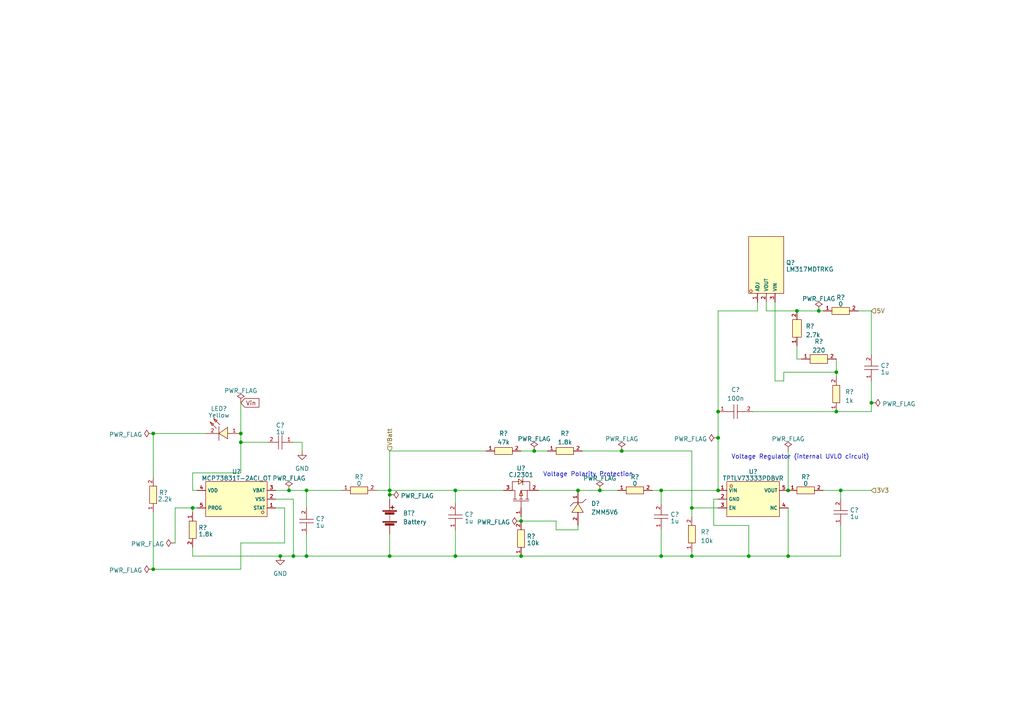
<source format=kicad_sch>
(kicad_sch
	(version 20231120)
	(generator "eeschema")
	(generator_version "8.0")
	(uuid "e8699a4a-996e-46f8-89be-500a90159fcb")
	(paper "A4")
	(title_block
		(title "EEE3088F Power Subsystem ")
		(date "2023-03-18")
		(rev "V3")
		(company "University of Cape Town ")
		(comment 1 "Group 11")
		(comment 2 "Gathuku Matheri")
		(comment 3 "MTHMAT001")
	)
	(lib_symbols
		(symbol "0 resistor:0603WAF0000T5E"
			(pin_names hide)
			(exclude_from_sim no)
			(in_bom yes)
			(on_board yes)
			(property "Reference" "R"
				(at 0 1.27 0)
				(effects
					(font
						(size 1.27 1.27)
					)
				)
			)
			(property "Value" "0603WAF0000T5E"
				(at 0 -2.54 0)
				(effects
					(font
						(size 1.27 1.27)
					)
				)
			)
			(property "Footprint" "footprint:R0603"
				(at 0 -10.16 0)
				(effects
					(font
						(size 1.27 1.27)
						(italic yes)
					)
					(hide yes)
				)
			)
			(property "Datasheet" "https://www.mouser.in/datasheet/2/447/PYu_RT_1_to_0_01_RoHS_L_11-1669912.pdf"
				(at -2.286 0.127 0)
				(effects
					(font
						(size 1.27 1.27)
					)
					(justify left)
					(hide yes)
				)
			)
			(property "Description" ""
				(at 0 0 0)
				(effects
					(font
						(size 1.27 1.27)
					)
					(hide yes)
				)
			)
			(property "LCSC" "C21189"
				(at 0 0 0)
				(effects
					(font
						(size 1.27 1.27)
					)
					(hide yes)
				)
			)
			(property "Resistance" "0Ω"
				(at 0 0 0)
				(effects
					(font
						(size 1.27 1.27)
					)
					(hide yes)
				)
			)
			(property "ki_keywords" "C21189"
				(at 0 0 0)
				(effects
					(font
						(size 1.27 1.27)
					)
					(hide yes)
				)
			)
			(symbol "0603WAF0000T5E_0_1"
				(rectangle
					(start -2.54 1.016)
					(end 2.54 -1.016)
					(stroke
						(width 0)
						(type default)
					)
					(fill
						(type background)
					)
				)
				(pin input line
					(at -5.08 0 0)
					(length 2.54)
					(name "1"
						(effects
							(font
								(size 1 1)
							)
						)
					)
					(number "1"
						(effects
							(font
								(size 1 1)
							)
						)
					)
				)
				(pin input line
					(at 5.08 0 180)
					(length 2.54)
					(name "2"
						(effects
							(font
								(size 1 1)
							)
						)
					)
					(number "2"
						(effects
							(font
								(size 1 1)
							)
						)
					)
				)
			)
		)
		(symbol "0402WGF4702TCE:0402WGF4702TCE"
			(pin_names hide)
			(exclude_from_sim no)
			(in_bom yes)
			(on_board yes)
			(property "Reference" "R"
				(at 0 1.27 0)
				(effects
					(font
						(size 1.27 1.27)
					)
				)
			)
			(property "Value" "0402WGF4702TCE"
				(at 0 -2.54 0)
				(effects
					(font
						(size 1.27 1.27)
					)
				)
			)
			(property "Footprint" "footprint:R0402"
				(at 0 -10.16 0)
				(effects
					(font
						(size 1.27 1.27)
						(italic yes)
					)
					(hide yes)
				)
			)
			(property "Datasheet" "https://item.szlcsc.com/323315.html"
				(at -2.286 0.127 0)
				(effects
					(font
						(size 1.27 1.27)
					)
					(justify left)
					(hide yes)
				)
			)
			(property "Description" ""
				(at 0 0 0)
				(effects
					(font
						(size 1.27 1.27)
					)
					(hide yes)
				)
			)
			(property "LCSC" "C25792"
				(at 0 0 0)
				(effects
					(font
						(size 1.27 1.27)
					)
					(hide yes)
				)
			)
			(property "Resistance" "47kΩ"
				(at 0 0 0)
				(effects
					(font
						(size 1.27 1.27)
					)
					(hide yes)
				)
			)
			(property "ki_keywords" "C25792"
				(at 0 0 0)
				(effects
					(font
						(size 1.27 1.27)
					)
					(hide yes)
				)
			)
			(symbol "0402WGF4702TCE_0_1"
				(rectangle
					(start -2.54 1.016)
					(end 2.54 -1.016)
					(stroke
						(width 0)
						(type default)
					)
					(fill
						(type background)
					)
				)
				(pin input line
					(at -5.08 0 0)
					(length 2.54)
					(name "1"
						(effects
							(font
								(size 1 1)
							)
						)
					)
					(number "1"
						(effects
							(font
								(size 1 1)
							)
						)
					)
				)
				(pin input line
					(at 5.08 0 180)
					(length 2.54)
					(name "2"
						(effects
							(font
								(size 1 1)
							)
						)
					)
					(number "2"
						(effects
							(font
								(size 1 1)
							)
						)
					)
				)
			)
		)
		(symbol "0603WAF1801T5E:0603WAF1801T5E"
			(pin_names hide)
			(exclude_from_sim no)
			(in_bom yes)
			(on_board yes)
			(property "Reference" "R"
				(at 0 1.27 0)
				(effects
					(font
						(size 1.27 1.27)
					)
				)
			)
			(property "Value" "0603WAF1801T5E"
				(at 0 -2.54 0)
				(effects
					(font
						(size 1.27 1.27)
					)
				)
			)
			(property "Footprint" "footprint:R0603"
				(at 0 -10.16 0)
				(effects
					(font
						(size 1.27 1.27)
						(italic yes)
					)
					(hide yes)
				)
			)
			(property "Datasheet" "https://www.mouser.in/datasheet/2/447/PYu_RT_1_to_0_01_RoHS_L_11-1669912.pdf"
				(at -2.286 0.127 0)
				(effects
					(font
						(size 1.27 1.27)
					)
					(justify left)
					(hide yes)
				)
			)
			(property "Description" ""
				(at 0 0 0)
				(effects
					(font
						(size 1.27 1.27)
					)
					(hide yes)
				)
			)
			(property "LCSC" "C4177"
				(at 0 0 0)
				(effects
					(font
						(size 1.27 1.27)
					)
					(hide yes)
				)
			)
			(property "Resistance" "1.8kΩ"
				(at 0 0 0)
				(effects
					(font
						(size 1.27 1.27)
					)
					(hide yes)
				)
			)
			(property "ki_keywords" "C4177"
				(at 0 0 0)
				(effects
					(font
						(size 1.27 1.27)
					)
					(hide yes)
				)
			)
			(symbol "0603WAF1801T5E_0_1"
				(rectangle
					(start -2.54 1.016)
					(end 2.54 -1.016)
					(stroke
						(width 0)
						(type default)
					)
					(fill
						(type background)
					)
				)
				(pin input line
					(at -5.08 0 0)
					(length 2.54)
					(name "1"
						(effects
							(font
								(size 1 1)
							)
						)
					)
					(number "1"
						(effects
							(font
								(size 1 1)
							)
						)
					)
				)
				(pin input line
					(at 5.08 0 180)
					(length 2.54)
					(name "2"
						(effects
							(font
								(size 1 1)
							)
						)
					)
					(number "2"
						(effects
							(font
								(size 1 1)
							)
						)
					)
				)
			)
		)
		(symbol "0805W8F1002T5E:0805W8F1002T5E"
			(pin_names hide)
			(exclude_from_sim no)
			(in_bom yes)
			(on_board yes)
			(property "Reference" "R"
				(at 0 1.27 0)
				(effects
					(font
						(size 1.27 1.27)
					)
				)
			)
			(property "Value" "0805W8F1002T5E"
				(at 0 -2.54 0)
				(effects
					(font
						(size 1.27 1.27)
					)
				)
			)
			(property "Footprint" "footprint:R0805"
				(at 0 -10.16 0)
				(effects
					(font
						(size 1.27 1.27)
						(italic yes)
					)
					(hide yes)
				)
			)
			(property "Datasheet" "https://item.szlcsc.com/142685.html"
				(at -2.286 0.127 0)
				(effects
					(font
						(size 1.27 1.27)
					)
					(justify left)
					(hide yes)
				)
			)
			(property "Description" ""
				(at 0 0 0)
				(effects
					(font
						(size 1.27 1.27)
					)
					(hide yes)
				)
			)
			(property "LCSC" "C17414"
				(at 0 0 0)
				(effects
					(font
						(size 1.27 1.27)
					)
					(hide yes)
				)
			)
			(property "Resistance" "10kΩ"
				(at 0 0 0)
				(effects
					(font
						(size 1.27 1.27)
					)
					(hide yes)
				)
			)
			(property "ki_keywords" "C17414"
				(at 0 0 0)
				(effects
					(font
						(size 1.27 1.27)
					)
					(hide yes)
				)
			)
			(symbol "0805W8F1002T5E_0_1"
				(rectangle
					(start -2.54 1.016)
					(end 2.54 -1.016)
					(stroke
						(width 0)
						(type default)
					)
					(fill
						(type background)
					)
				)
				(pin input line
					(at -5.08 0 0)
					(length 2.54)
					(name "1"
						(effects
							(font
								(size 1 1)
							)
						)
					)
					(number "1"
						(effects
							(font
								(size 1 1)
							)
						)
					)
				)
				(pin input line
					(at 5.08 0 180)
					(length 2.54)
					(name "2"
						(effects
							(font
								(size 1 1)
							)
						)
					)
					(number "2"
						(effects
							(font
								(size 1 1)
							)
						)
					)
				)
			)
		)
		(symbol "1.8k resistor:0603WAF1801T5E"
			(pin_names hide)
			(exclude_from_sim no)
			(in_bom yes)
			(on_board yes)
			(property "Reference" "R"
				(at 0 1.27 0)
				(effects
					(font
						(size 1.27 1.27)
					)
				)
			)
			(property "Value" "0603WAF1801T5E"
				(at 0 -2.54 0)
				(effects
					(font
						(size 1.27 1.27)
					)
				)
			)
			(property "Footprint" "footprint:R0603"
				(at 0 -10.16 0)
				(effects
					(font
						(size 1.27 1.27)
						(italic yes)
					)
					(hide yes)
				)
			)
			(property "Datasheet" "https://www.mouser.in/datasheet/2/447/PYu_RT_1_to_0_01_RoHS_L_11-1669912.pdf"
				(at -2.286 0.127 0)
				(effects
					(font
						(size 1.27 1.27)
					)
					(justify left)
					(hide yes)
				)
			)
			(property "Description" ""
				(at 0 0 0)
				(effects
					(font
						(size 1.27 1.27)
					)
					(hide yes)
				)
			)
			(property "LCSC" "C4177"
				(at 0 0 0)
				(effects
					(font
						(size 1.27 1.27)
					)
					(hide yes)
				)
			)
			(property "Resistance" "1.8kΩ"
				(at 0 0 0)
				(effects
					(font
						(size 1.27 1.27)
					)
					(hide yes)
				)
			)
			(property "ki_keywords" "C4177"
				(at 0 0 0)
				(effects
					(font
						(size 1.27 1.27)
					)
					(hide yes)
				)
			)
			(symbol "0603WAF1801T5E_0_1"
				(rectangle
					(start -2.54 1.016)
					(end 2.54 -1.016)
					(stroke
						(width 0)
						(type default)
					)
					(fill
						(type background)
					)
				)
				(pin input line
					(at -5.08 0 0)
					(length 2.54)
					(name "1"
						(effects
							(font
								(size 1 1)
							)
						)
					)
					(number "1"
						(effects
							(font
								(size 1 1)
							)
						)
					)
				)
				(pin input line
					(at 5.08 0 180)
					(length 2.54)
					(name "2"
						(effects
							(font
								(size 1 1)
							)
						)
					)
					(number "2"
						(effects
							(font
								(size 1 1)
							)
						)
					)
				)
			)
		)
		(symbol "10k resistor:0805W8F1002T5E"
			(pin_names hide)
			(exclude_from_sim no)
			(in_bom yes)
			(on_board yes)
			(property "Reference" "R"
				(at 0 1.27 0)
				(effects
					(font
						(size 1.27 1.27)
					)
				)
			)
			(property "Value" "0805W8F1002T5E"
				(at 0 -2.54 0)
				(effects
					(font
						(size 1.27 1.27)
					)
				)
			)
			(property "Footprint" "footprint:R0805"
				(at 0 -10.16 0)
				(effects
					(font
						(size 1.27 1.27)
						(italic yes)
					)
					(hide yes)
				)
			)
			(property "Datasheet" "https://item.szlcsc.com/142685.html"
				(at -2.286 0.127 0)
				(effects
					(font
						(size 1.27 1.27)
					)
					(justify left)
					(hide yes)
				)
			)
			(property "Description" ""
				(at 0 0 0)
				(effects
					(font
						(size 1.27 1.27)
					)
					(hide yes)
				)
			)
			(property "LCSC" "C17414"
				(at 0 0 0)
				(effects
					(font
						(size 1.27 1.27)
					)
					(hide yes)
				)
			)
			(property "Resistance" "10kΩ"
				(at 0 0 0)
				(effects
					(font
						(size 1.27 1.27)
					)
					(hide yes)
				)
			)
			(property "ki_keywords" "C17414"
				(at 0 0 0)
				(effects
					(font
						(size 1.27 1.27)
					)
					(hide yes)
				)
			)
			(symbol "0805W8F1002T5E_0_1"
				(rectangle
					(start -2.54 1.016)
					(end 2.54 -1.016)
					(stroke
						(width 0)
						(type default)
					)
					(fill
						(type background)
					)
				)
				(pin input line
					(at -5.08 0 0)
					(length 2.54)
					(name "1"
						(effects
							(font
								(size 1 1)
							)
						)
					)
					(number "1"
						(effects
							(font
								(size 1 1)
							)
						)
					)
				)
				(pin input line
					(at 5.08 0 180)
					(length 2.54)
					(name "2"
						(effects
							(font
								(size 1 1)
							)
						)
					)
					(number "2"
						(effects
							(font
								(size 1 1)
							)
						)
					)
				)
			)
		)
		(symbol "17-21SUYC_TR8:17-21SUYC_TR8"
			(pin_names hide)
			(exclude_from_sim no)
			(in_bom yes)
			(on_board yes)
			(property "Reference" "LED"
				(at 0 1.27 0)
				(effects
					(font
						(size 1.27 1.27)
					)
				)
			)
			(property "Value" "17-21SUYC_TR8"
				(at 0 -2.54 0)
				(effects
					(font
						(size 1.27 1.27)
					)
				)
			)
			(property "Footprint" "footprint:LED0805-R-RD"
				(at 0 -10.16 0)
				(effects
					(font
						(size 1.27 1.27)
						(italic yes)
					)
					(hide yes)
				)
			)
			(property "Datasheet" "https://item.szlcsc.com/88042.html"
				(at -2.286 0.127 0)
				(effects
					(font
						(size 1.27 1.27)
					)
					(justify left)
					(hide yes)
				)
			)
			(property "Description" ""
				(at 0 0 0)
				(effects
					(font
						(size 1.27 1.27)
					)
					(hide yes)
				)
			)
			(property "LCSC" "C2296"
				(at 0 0 0)
				(effects
					(font
						(size 1.27 1.27)
					)
					(hide yes)
				)
			)
			(property "ki_keywords" "C2296"
				(at 0 0 0)
				(effects
					(font
						(size 1.27 1.27)
					)
					(hide yes)
				)
			)
			(symbol "17-21SUYC_TR8_0_1"
				(polyline
					(pts
						(xy -2.032 1.524) (xy -3.81 3.302)
					)
					(stroke
						(width 0)
						(type default)
					)
					(fill
						(type none)
					)
				)
				(polyline
					(pts
						(xy -1.27 2.032) (xy -1.27 -2.032)
					)
					(stroke
						(width 0)
						(type default)
					)
					(fill
						(type none)
					)
				)
				(polyline
					(pts
						(xy -1.016 2.54) (xy -2.794 4.318)
					)
					(stroke
						(width 0)
						(type default)
					)
					(fill
						(type none)
					)
				)
				(polyline
					(pts
						(xy -3.81 3.302) (xy -2.794 2.794) (xy -3.302 2.286) (xy -3.81 3.302)
					)
					(stroke
						(width 0)
						(type default)
					)
					(fill
						(type background)
					)
				)
				(polyline
					(pts
						(xy -2.794 4.318) (xy -1.778 3.81) (xy -2.286 3.302) (xy -2.794 4.318)
					)
					(stroke
						(width 0)
						(type default)
					)
					(fill
						(type background)
					)
				)
				(polyline
					(pts
						(xy 1.27 -1.524) (xy -1.27 0) (xy 1.27 1.778) (xy 1.27 -1.524)
					)
					(stroke
						(width 0)
						(type default)
					)
					(fill
						(type background)
					)
				)
				(pin unspecified line
					(at 5.08 0 180)
					(length 3.81)
					(name "+"
						(effects
							(font
								(size 1 1)
							)
						)
					)
					(number "1"
						(effects
							(font
								(size 1 1)
							)
						)
					)
				)
				(pin unspecified line
					(at -5.08 0 0)
					(length 3.81)
					(name "-"
						(effects
							(font
								(size 1 1)
							)
						)
					)
					(number "2"
						(effects
							(font
								(size 1 1)
							)
						)
					)
				)
			)
		)
		(symbol "1u ceramic capacitor:CL21B105KBFNNNE"
			(pin_names hide)
			(exclude_from_sim no)
			(in_bom yes)
			(on_board yes)
			(property "Reference" "C"
				(at 0 1.27 0)
				(effects
					(font
						(size 1.27 1.27)
					)
				)
			)
			(property "Value" "CL21B105KBFNNNE"
				(at 0 -2.54 0)
				(effects
					(font
						(size 1.27 1.27)
					)
				)
			)
			(property "Footprint" "footprint:C0805"
				(at 0 -10.16 0)
				(effects
					(font
						(size 1.27 1.27)
						(italic yes)
					)
					(hide yes)
				)
			)
			(property "Datasheet" "https://item.szlcsc.com/373011.html"
				(at -2.286 0.127 0)
				(effects
					(font
						(size 1.27 1.27)
					)
					(justify left)
					(hide yes)
				)
			)
			(property "Description" ""
				(at 0 0 0)
				(effects
					(font
						(size 1.27 1.27)
					)
					(hide yes)
				)
			)
			(property "LCSC" "C28323"
				(at 0 0 0)
				(effects
					(font
						(size 1.27 1.27)
					)
					(hide yes)
				)
			)
			(property "Capacitance" "1uF"
				(at 0 0 0)
				(effects
					(font
						(size 1.27 1.27)
					)
					(hide yes)
				)
			)
			(property "ki_keywords" "C28323"
				(at 0 0 0)
				(effects
					(font
						(size 1.27 1.27)
					)
					(hide yes)
				)
			)
			(symbol "CL21B105KBFNNNE_0_1"
				(polyline
					(pts
						(xy -1.27 0) (xy -0.508 0)
					)
					(stroke
						(width 0)
						(type default)
					)
					(fill
						(type none)
					)
				)
				(polyline
					(pts
						(xy -0.508 2.032) (xy -0.508 -2.032)
					)
					(stroke
						(width 0)
						(type default)
					)
					(fill
						(type none)
					)
				)
				(polyline
					(pts
						(xy 0.508 0) (xy 1.27 0)
					)
					(stroke
						(width 0)
						(type default)
					)
					(fill
						(type none)
					)
				)
				(polyline
					(pts
						(xy 0.508 2.032) (xy 0.508 -2.032)
					)
					(stroke
						(width 0)
						(type default)
					)
					(fill
						(type none)
					)
				)
				(pin input line
					(at -3.81 0 0)
					(length 2.54)
					(name "1"
						(effects
							(font
								(size 1 1)
							)
						)
					)
					(number "1"
						(effects
							(font
								(size 1 1)
							)
						)
					)
				)
				(pin input line
					(at 3.81 0 180)
					(length 2.54)
					(name "2"
						(effects
							(font
								(size 1 1)
							)
						)
					)
					(number "2"
						(effects
							(font
								(size 1 1)
							)
						)
					)
				)
			)
		)
		(symbol "2.2k resistor:0805W8F2201T5E"
			(pin_names hide)
			(exclude_from_sim no)
			(in_bom yes)
			(on_board yes)
			(property "Reference" "R"
				(at 0 1.27 0)
				(effects
					(font
						(size 1.27 1.27)
					)
				)
			)
			(property "Value" "0805W8F2201T5E"
				(at 0 -2.54 0)
				(effects
					(font
						(size 1.27 1.27)
					)
				)
			)
			(property "Footprint" "footprint:R0805"
				(at 0 -10.16 0)
				(effects
					(font
						(size 1.27 1.27)
						(italic yes)
					)
					(hide yes)
				)
			)
			(property "Datasheet" "https://item.szlcsc.com/142685.html"
				(at -2.286 0.127 0)
				(effects
					(font
						(size 1.27 1.27)
					)
					(justify left)
					(hide yes)
				)
			)
			(property "Description" ""
				(at 0 0 0)
				(effects
					(font
						(size 1.27 1.27)
					)
					(hide yes)
				)
			)
			(property "LCSC" "C17520"
				(at 0 0 0)
				(effects
					(font
						(size 1.27 1.27)
					)
					(hide yes)
				)
			)
			(property "Resistance" "2.2kΩ"
				(at 0 0 0)
				(effects
					(font
						(size 1.27 1.27)
					)
					(hide yes)
				)
			)
			(property "ki_keywords" "C17520"
				(at 0 0 0)
				(effects
					(font
						(size 1.27 1.27)
					)
					(hide yes)
				)
			)
			(symbol "0805W8F2201T5E_0_1"
				(rectangle
					(start -2.54 1.016)
					(end 2.54 -1.016)
					(stroke
						(width 0)
						(type default)
					)
					(fill
						(type background)
					)
				)
				(pin input line
					(at -5.08 0 0)
					(length 2.54)
					(name "1"
						(effects
							(font
								(size 1 1)
							)
						)
					)
					(number "1"
						(effects
							(font
								(size 1 1)
							)
						)
					)
				)
				(pin input line
					(at 5.08 0 180)
					(length 2.54)
					(name "2"
						(effects
							(font
								(size 1 1)
							)
						)
					)
					(number "2"
						(effects
							(font
								(size 1 1)
							)
						)
					)
				)
			)
		)
		(symbol "3V3 Voltage Reg:TPTLV73333PDBVR"
			(exclude_from_sim no)
			(in_bom yes)
			(on_board yes)
			(property "Reference" "U"
				(at 0 1.27 0)
				(effects
					(font
						(size 1.27 1.27)
					)
				)
			)
			(property "Value" "TPTLV73333PDBVR"
				(at 0 -2.54 0)
				(effects
					(font
						(size 1.27 1.27)
					)
				)
			)
			(property "Footprint" "footprint:SOT-23-5_L3.0-W1.7-P0.95-LS2.8-BR"
				(at 0 -10.16 0)
				(effects
					(font
						(size 1.27 1.27)
						(italic yes)
					)
					(hide yes)
				)
			)
			(property "Datasheet" "https://item.szlcsc.com/236104.html"
				(at -2.286 0.127 0)
				(effects
					(font
						(size 1.27 1.27)
					)
					(justify left)
					(hide yes)
				)
			)
			(property "Description" ""
				(at 0 0 0)
				(effects
					(font
						(size 1.27 1.27)
					)
					(hide yes)
				)
			)
			(property "LCSC" "C2937043"
				(at 0 0 0)
				(effects
					(font
						(size 1.27 1.27)
					)
					(hide yes)
				)
			)
			(property "ki_keywords" "C2937043"
				(at 0 0 0)
				(effects
					(font
						(size 1.27 1.27)
					)
					(hide yes)
				)
			)
			(symbol "TPTLV73333PDBVR_0_1"
				(rectangle
					(start -7.62 5.08)
					(end 7.62 -5.08)
					(stroke
						(width 0)
						(type default)
					)
					(fill
						(type background)
					)
				)
				(circle
					(center -6.35 3.81)
					(radius 0.381)
					(stroke
						(width 0)
						(type default)
					)
					(fill
						(type background)
					)
				)
				(pin unspecified line
					(at -10.16 2.54 0)
					(length 2.54)
					(name "VIN"
						(effects
							(font
								(size 1 1)
							)
						)
					)
					(number "1"
						(effects
							(font
								(size 1 1)
							)
						)
					)
				)
				(pin unspecified line
					(at -10.16 0 0)
					(length 2.54)
					(name "GND"
						(effects
							(font
								(size 1 1)
							)
						)
					)
					(number "2"
						(effects
							(font
								(size 1 1)
							)
						)
					)
				)
				(pin unspecified line
					(at -10.16 -2.54 0)
					(length 2.54)
					(name "EN"
						(effects
							(font
								(size 1 1)
							)
						)
					)
					(number "3"
						(effects
							(font
								(size 1 1)
							)
						)
					)
				)
				(pin unspecified line
					(at 10.16 -2.54 180)
					(length 2.54)
					(name "NC"
						(effects
							(font
								(size 1 1)
							)
						)
					)
					(number "4"
						(effects
							(font
								(size 1 1)
							)
						)
					)
				)
				(pin unspecified line
					(at 10.16 2.54 180)
					(length 2.54)
					(name "VOUT"
						(effects
							(font
								(size 1 1)
							)
						)
					)
					(number "5"
						(effects
							(font
								(size 1 1)
							)
						)
					)
				)
			)
		)
		(symbol "5V Voltage Reg:LM317MDTRKG"
			(exclude_from_sim no)
			(in_bom yes)
			(on_board yes)
			(property "Reference" "Q"
				(at 0 1.27 0)
				(effects
					(font
						(size 1.27 1.27)
					)
				)
			)
			(property "Value" "LM317MDTRKG"
				(at 0 -2.54 0)
				(effects
					(font
						(size 1.27 1.27)
					)
				)
			)
			(property "Footprint" "footprint:TO-252-2_L6.6-W6.1-P4.57-LS9.9-BR-CW"
				(at 0 -10.16 0)
				(effects
					(font
						(size 1.27 1.27)
						(italic yes)
					)
					(hide yes)
				)
			)
			(property "Datasheet" "https://item.szlcsc.com/176608.html"
				(at -2.286 0.127 0)
				(effects
					(font
						(size 1.27 1.27)
					)
					(justify left)
					(hide yes)
				)
			)
			(property "Description" ""
				(at 0 0 0)
				(effects
					(font
						(size 1.27 1.27)
					)
					(hide yes)
				)
			)
			(property "LCSC" "C191896"
				(at 0 0 0)
				(effects
					(font
						(size 1.27 1.27)
					)
					(hide yes)
				)
			)
			(property "ki_keywords" "C191896"
				(at 0 0 0)
				(effects
					(font
						(size 1.27 1.27)
					)
					(hide yes)
				)
			)
			(symbol "LM317MDTRKG_0_1"
				(rectangle
					(start -6.35 5.08)
					(end 10.16 -5.08)
					(stroke
						(width 0)
						(type default)
					)
					(fill
						(type background)
					)
				)
				(circle
					(center -5.715 4.445)
					(radius 0.381)
					(stroke
						(width 0)
						(type default)
					)
					(fill
						(type background)
					)
				)
				(pin unspecified line
					(at -8.89 2.54 0)
					(length 2.54)
					(name "ADJ"
						(effects
							(font
								(size 1 1)
							)
						)
					)
					(number "1"
						(effects
							(font
								(size 1 1)
							)
						)
					)
				)
				(pin unspecified line
					(at -8.89 0 0)
					(length 2.54)
					(name "VOUT"
						(effects
							(font
								(size 1 1)
							)
						)
					)
					(number "2"
						(effects
							(font
								(size 1 1)
							)
						)
					)
				)
				(pin unspecified line
					(at -8.89 -2.54 0)
					(length 2.54)
					(name "VIN"
						(effects
							(font
								(size 1 1)
							)
						)
					)
					(number "3"
						(effects
							(font
								(size 1 1)
							)
						)
					)
				)
			)
		)
		(symbol "ARG03BTC1001:ARG03BTC1001"
			(pin_names hide)
			(exclude_from_sim no)
			(in_bom yes)
			(on_board yes)
			(property "Reference" "R"
				(at 0 1.27 0)
				(effects
					(font
						(size 1.27 1.27)
					)
				)
			)
			(property "Value" "ARG03BTC1001"
				(at 0 -2.54 0)
				(effects
					(font
						(size 1.27 1.27)
					)
				)
			)
			(property "Footprint" "footprint:R0603"
				(at 0 -10.16 0)
				(effects
					(font
						(size 1.27 1.27)
						(italic yes)
					)
					(hide yes)
				)
			)
			(property "Datasheet" "https://www.mouser.in/datasheet/2/447/PYu_RT_1_to_0_01_RoHS_L_11-1669912.pdf"
				(at -2.286 0.127 0)
				(effects
					(font
						(size 1.27 1.27)
					)
					(justify left)
					(hide yes)
				)
			)
			(property "Description" ""
				(at 0 0 0)
				(effects
					(font
						(size 1.27 1.27)
					)
					(hide yes)
				)
			)
			(property "LCSC" "C309080"
				(at 0 0 0)
				(effects
					(font
						(size 1.27 1.27)
					)
					(hide yes)
				)
			)
			(property "Resistance" "1kΩ"
				(at 0 0 0)
				(effects
					(font
						(size 1.27 1.27)
					)
					(hide yes)
				)
			)
			(property "ki_keywords" "C309080"
				(at 0 0 0)
				(effects
					(font
						(size 1.27 1.27)
					)
					(hide yes)
				)
			)
			(symbol "ARG03BTC1001_0_1"
				(rectangle
					(start -2.54 1.016)
					(end 2.54 -1.016)
					(stroke
						(width 0)
						(type default)
					)
					(fill
						(type background)
					)
				)
				(pin unspecified line
					(at -5.08 0 0)
					(length 2.54)
					(name "1"
						(effects
							(font
								(size 1 1)
							)
						)
					)
					(number "1"
						(effects
							(font
								(size 1 1)
							)
						)
					)
				)
				(pin unspecified line
					(at 5.08 0 180)
					(length 2.54)
					(name "2"
						(effects
							(font
								(size 1 1)
							)
						)
					)
					(number "2"
						(effects
							(font
								(size 1 1)
							)
						)
					)
				)
			)
		)
		(symbol "Battery Charger:MCP73831T-2ACI_OT"
			(exclude_from_sim no)
			(in_bom yes)
			(on_board yes)
			(property "Reference" "U"
				(at 0 1.27 0)
				(effects
					(font
						(size 1.27 1.27)
					)
				)
			)
			(property "Value" "MCP73831T-2ACI_OT"
				(at 0 -2.54 0)
				(effects
					(font
						(size 1.27 1.27)
					)
				)
			)
			(property "Footprint" "footprint:SOT-23-5_L3.0-W1.7-P0.95-LS2.8-BL"
				(at 0 -10.16 0)
				(effects
					(font
						(size 1.27 1.27)
						(italic yes)
					)
					(hide yes)
				)
			)
			(property "Datasheet" "https://item.szlcsc.com/236104.html"
				(at -2.286 0.127 0)
				(effects
					(font
						(size 1.27 1.27)
					)
					(justify left)
					(hide yes)
				)
			)
			(property "Description" ""
				(at 0 0 0)
				(effects
					(font
						(size 1.27 1.27)
					)
					(hide yes)
				)
			)
			(property "LCSC" "C424093"
				(at 0 0 0)
				(effects
					(font
						(size 1.27 1.27)
					)
					(hide yes)
				)
			)
			(property "ki_keywords" "C424093"
				(at 0 0 0)
				(effects
					(font
						(size 1.27 1.27)
					)
					(hide yes)
				)
			)
			(symbol "MCP73831T-2ACI_OT_0_1"
				(rectangle
					(start -8.89 5.08)
					(end 8.89 -5.08)
					(stroke
						(width 0)
						(type default)
					)
					(fill
						(type background)
					)
				)
				(circle
					(center -7.62 3.81)
					(radius 0.381)
					(stroke
						(width 0)
						(type default)
					)
					(fill
						(type background)
					)
				)
				(pin unspecified line
					(at -11.43 2.54 0)
					(length 2.54)
					(name "STAT"
						(effects
							(font
								(size 1 1)
							)
						)
					)
					(number "1"
						(effects
							(font
								(size 1 1)
							)
						)
					)
				)
				(pin unspecified line
					(at -11.43 0 0)
					(length 2.54)
					(name "VSS"
						(effects
							(font
								(size 1 1)
							)
						)
					)
					(number "2"
						(effects
							(font
								(size 1 1)
							)
						)
					)
				)
				(pin unspecified line
					(at -11.43 -2.54 0)
					(length 2.54)
					(name "VBAT"
						(effects
							(font
								(size 1 1)
							)
						)
					)
					(number "3"
						(effects
							(font
								(size 1 1)
							)
						)
					)
				)
				(pin unspecified line
					(at 11.43 -2.54 180)
					(length 2.54)
					(name "VDD"
						(effects
							(font
								(size 1 1)
							)
						)
					)
					(number "4"
						(effects
							(font
								(size 1 1)
							)
						)
					)
				)
				(pin unspecified line
					(at 11.43 2.54 180)
					(length 2.54)
					(name "PROG"
						(effects
							(font
								(size 1 1)
							)
						)
					)
					(number "5"
						(effects
							(font
								(size 1 1)
							)
						)
					)
				)
			)
		)
		(symbol "CC0603KRX7R9BB104:CC0603KRX7R9BB104"
			(pin_names hide)
			(exclude_from_sim no)
			(in_bom yes)
			(on_board yes)
			(property "Reference" "C"
				(at 0 1.27 0)
				(effects
					(font
						(size 1.27 1.27)
					)
				)
			)
			(property "Value" "CC0603KRX7R9BB104"
				(at 0 -2.54 0)
				(effects
					(font
						(size 1.27 1.27)
					)
				)
			)
			(property "Footprint" "footprint:C0603"
				(at 0 -10.16 0)
				(effects
					(font
						(size 1.27 1.27)
						(italic yes)
					)
					(hide yes)
				)
			)
			(property "Datasheet" "https://item.szlcsc.com/362304.html"
				(at -2.286 0.127 0)
				(effects
					(font
						(size 1.27 1.27)
					)
					(justify left)
					(hide yes)
				)
			)
			(property "Description" ""
				(at 0 0 0)
				(effects
					(font
						(size 1.27 1.27)
					)
					(hide yes)
				)
			)
			(property "LCSC" "C14663"
				(at 0 0 0)
				(effects
					(font
						(size 1.27 1.27)
					)
					(hide yes)
				)
			)
			(property "Capacitance" "100nF"
				(at 0 0 0)
				(effects
					(font
						(size 1.27 1.27)
					)
					(hide yes)
				)
			)
			(property "ki_keywords" "C14663"
				(at 0 0 0)
				(effects
					(font
						(size 1.27 1.27)
					)
					(hide yes)
				)
			)
			(symbol "CC0603KRX7R9BB104_0_1"
				(polyline
					(pts
						(xy -0.508 -2.032) (xy -0.508 2.032)
					)
					(stroke
						(width 0)
						(type default)
					)
					(fill
						(type none)
					)
				)
				(polyline
					(pts
						(xy -0.508 0) (xy -2.54 0)
					)
					(stroke
						(width 0)
						(type default)
					)
					(fill
						(type none)
					)
				)
				(polyline
					(pts
						(xy 0.508 2.032) (xy 0.508 -2.032)
					)
					(stroke
						(width 0)
						(type default)
					)
					(fill
						(type none)
					)
				)
				(polyline
					(pts
						(xy 2.54 0) (xy 0.508 0)
					)
					(stroke
						(width 0)
						(type default)
					)
					(fill
						(type none)
					)
				)
				(pin unspecified line
					(at -5.08 0 0)
					(length 2.54)
					(name "1"
						(effects
							(font
								(size 1 1)
							)
						)
					)
					(number "1"
						(effects
							(font
								(size 1 1)
							)
						)
					)
				)
				(pin unspecified line
					(at 5.08 0 180)
					(length 2.54)
					(name "2"
						(effects
							(font
								(size 1 1)
							)
						)
					)
					(number "2"
						(effects
							(font
								(size 1 1)
							)
						)
					)
				)
			)
		)
		(symbol "CR0603F2K70P05Z:CR0603F2K70P05Z"
			(pin_names hide)
			(exclude_from_sim no)
			(in_bom yes)
			(on_board yes)
			(property "Reference" "R"
				(at 0 1.27 0)
				(effects
					(font
						(size 1.27 1.27)
					)
				)
			)
			(property "Value" "CR0603F2K70P05Z"
				(at 0 -2.54 0)
				(effects
					(font
						(size 1.27 1.27)
					)
				)
			)
			(property "Footprint" "footprint:R0603"
				(at 0 -10.16 0)
				(effects
					(font
						(size 1.27 1.27)
						(italic yes)
					)
					(hide yes)
				)
			)
			(property "Datasheet" "https://www.mouser.in/datasheet/2/447/PYu_RT_1_to_0_01_RoHS_L_11-1669912.pdf"
				(at -2.286 0.127 0)
				(effects
					(font
						(size 1.27 1.27)
					)
					(justify left)
					(hide yes)
				)
			)
			(property "Description" ""
				(at 0 0 0)
				(effects
					(font
						(size 1.27 1.27)
					)
					(hide yes)
				)
			)
			(property "LCSC" "C881334"
				(at 0 0 0)
				(effects
					(font
						(size 1.27 1.27)
					)
					(hide yes)
				)
			)
			(property "Resistance" "2.7kΩ"
				(at 0 0 0)
				(effects
					(font
						(size 1.27 1.27)
					)
					(hide yes)
				)
			)
			(property "ki_keywords" "C881334"
				(at 0 0 0)
				(effects
					(font
						(size 1.27 1.27)
					)
					(hide yes)
				)
			)
			(symbol "CR0603F2K70P05Z_0_1"
				(rectangle
					(start -2.54 1.27)
					(end 2.54 -1.27)
					(stroke
						(width 0)
						(type default)
					)
					(fill
						(type background)
					)
				)
				(pin unspecified line
					(at -5.08 0 0)
					(length 2.54)
					(name "1"
						(effects
							(font
								(size 1 1)
							)
						)
					)
					(number "1"
						(effects
							(font
								(size 1 1)
							)
						)
					)
				)
				(pin unspecified line
					(at 5.08 0 180)
					(length 2.54)
					(name "2"
						(effects
							(font
								(size 1 1)
							)
						)
					)
					(number "2"
						(effects
							(font
								(size 1 1)
							)
						)
					)
				)
			)
		)
		(symbol "Device:Battery"
			(pin_numbers hide)
			(pin_names
				(offset 0) hide)
			(exclude_from_sim no)
			(in_bom yes)
			(on_board yes)
			(property "Reference" "BT"
				(at 2.54 2.54 0)
				(effects
					(font
						(size 1.27 1.27)
					)
					(justify left)
				)
			)
			(property "Value" "Battery"
				(at 2.54 0 0)
				(effects
					(font
						(size 1.27 1.27)
					)
					(justify left)
				)
			)
			(property "Footprint" ""
				(at 0 1.524 90)
				(effects
					(font
						(size 1.27 1.27)
					)
					(hide yes)
				)
			)
			(property "Datasheet" "~"
				(at 0 1.524 90)
				(effects
					(font
						(size 1.27 1.27)
					)
					(hide yes)
				)
			)
			(property "Description" "Multiple-cell battery"
				(at 0 0 0)
				(effects
					(font
						(size 1.27 1.27)
					)
					(hide yes)
				)
			)
			(property "ki_keywords" "batt voltage-source cell"
				(at 0 0 0)
				(effects
					(font
						(size 1.27 1.27)
					)
					(hide yes)
				)
			)
			(symbol "Battery_0_1"
				(rectangle
					(start -2.032 -1.397)
					(end 2.032 -1.651)
					(stroke
						(width 0)
						(type default)
					)
					(fill
						(type outline)
					)
				)
				(rectangle
					(start -2.032 1.778)
					(end 2.032 1.524)
					(stroke
						(width 0)
						(type default)
					)
					(fill
						(type outline)
					)
				)
				(rectangle
					(start -1.3208 -1.9812)
					(end 1.27 -2.4892)
					(stroke
						(width 0)
						(type default)
					)
					(fill
						(type outline)
					)
				)
				(rectangle
					(start -1.3208 1.1938)
					(end 1.27 0.6858)
					(stroke
						(width 0)
						(type default)
					)
					(fill
						(type outline)
					)
				)
				(polyline
					(pts
						(xy 0 -1.524) (xy 0 -1.27)
					)
					(stroke
						(width 0)
						(type default)
					)
					(fill
						(type none)
					)
				)
				(polyline
					(pts
						(xy 0 -1.016) (xy 0 -0.762)
					)
					(stroke
						(width 0)
						(type default)
					)
					(fill
						(type none)
					)
				)
				(polyline
					(pts
						(xy 0 -0.508) (xy 0 -0.254)
					)
					(stroke
						(width 0)
						(type default)
					)
					(fill
						(type none)
					)
				)
				(polyline
					(pts
						(xy 0 0) (xy 0 0.254)
					)
					(stroke
						(width 0)
						(type default)
					)
					(fill
						(type none)
					)
				)
				(polyline
					(pts
						(xy 0 0.508) (xy 0 0.762)
					)
					(stroke
						(width 0)
						(type default)
					)
					(fill
						(type none)
					)
				)
				(polyline
					(pts
						(xy 0 1.778) (xy 0 2.54)
					)
					(stroke
						(width 0)
						(type default)
					)
					(fill
						(type none)
					)
				)
				(polyline
					(pts
						(xy 0.254 2.667) (xy 1.27 2.667)
					)
					(stroke
						(width 0.254)
						(type default)
					)
					(fill
						(type none)
					)
				)
				(polyline
					(pts
						(xy 0.762 3.175) (xy 0.762 2.159)
					)
					(stroke
						(width 0.254)
						(type default)
					)
					(fill
						(type none)
					)
				)
			)
			(symbol "Battery_1_1"
				(pin passive line
					(at 0 5.08 270)
					(length 2.54)
					(name "+"
						(effects
							(font
								(size 1.27 1.27)
							)
						)
					)
					(number "1"
						(effects
							(font
								(size 1.27 1.27)
							)
						)
					)
				)
				(pin passive line
					(at 0 -5.08 90)
					(length 2.54)
					(name "-"
						(effects
							(font
								(size 1.27 1.27)
							)
						)
					)
					(number "2"
						(effects
							(font
								(size 1.27 1.27)
							)
						)
					)
				)
			)
		)
		(symbol "MOSFET:CJ2301"
			(pin_names hide)
			(exclude_from_sim no)
			(in_bom yes)
			(on_board yes)
			(property "Reference" "U"
				(at 0 1.27 0)
				(effects
					(font
						(size 1.27 1.27)
					)
				)
			)
			(property "Value" "CJ2301"
				(at 0 -2.54 0)
				(effects
					(font
						(size 1.27 1.27)
					)
				)
			)
			(property "Footprint" "footprint:SOT-23-3_L2.9-W1.3-P1.90-LS2.4-BR"
				(at 0 -10.16 0)
				(effects
					(font
						(size 1.27 1.27)
						(italic yes)
					)
					(hide yes)
				)
			)
			(property "Datasheet" "https://www.diodes.com/assets/Package-Files/SOT23.pdf"
				(at -2.286 0.127 0)
				(effects
					(font
						(size 1.27 1.27)
					)
					(justify left)
					(hide yes)
				)
			)
			(property "Description" ""
				(at 0 0 0)
				(effects
					(font
						(size 1.27 1.27)
					)
					(hide yes)
				)
			)
			(property "LCSC" "C2910170"
				(at 0 0 0)
				(effects
					(font
						(size 1.27 1.27)
					)
					(hide yes)
				)
			)
			(property "ki_keywords" "C2910170"
				(at 0 0 0)
				(effects
					(font
						(size 1.27 1.27)
					)
					(hide yes)
				)
			)
			(symbol "CJ2301_0_1"
				(polyline
					(pts
						(xy -5.08 0) (xy -3.048 0)
					)
					(stroke
						(width 0)
						(type default)
					)
					(fill
						(type none)
					)
				)
				(polyline
					(pts
						(xy -3.048 2.286) (xy -3.048 -2.286)
					)
					(stroke
						(width 0)
						(type default)
					)
					(fill
						(type none)
					)
				)
				(polyline
					(pts
						(xy -2.54 -2.286) (xy -2.54 -1.27)
					)
					(stroke
						(width 0)
						(type default)
					)
					(fill
						(type none)
					)
				)
				(polyline
					(pts
						(xy -2.54 -0.508) (xy -2.54 0.508)
					)
					(stroke
						(width 0)
						(type default)
					)
					(fill
						(type none)
					)
				)
				(polyline
					(pts
						(xy -2.54 2.286) (xy -2.54 1.27)
					)
					(stroke
						(width 0)
						(type default)
					)
					(fill
						(type none)
					)
				)
				(polyline
					(pts
						(xy 0 -1.778) (xy -2.54 -1.778)
					)
					(stroke
						(width 0)
						(type default)
					)
					(fill
						(type none)
					)
				)
				(polyline
					(pts
						(xy 0 0) (xy -1.524 0.508) (xy -1.524 -0.508) (xy 0 0)
					)
					(stroke
						(width 0)
						(type default)
					)
					(fill
						(type background)
					)
				)
				(polyline
					(pts
						(xy 1.524 -0.508) (xy 2.032 -0.508) (xy 3.048 -0.508) (xy 3.556 -0.508)
					)
					(stroke
						(width 0)
						(type default)
					)
					(fill
						(type none)
					)
				)
				(polyline
					(pts
						(xy 2.54 -0.508) (xy 3.302 0.762) (xy 1.778 0.762) (xy 2.54 -0.508)
					)
					(stroke
						(width 0)
						(type default)
					)
					(fill
						(type background)
					)
				)
				(polyline
					(pts
						(xy -2.54 0) (xy 0 0) (xy 0 -2.54) (xy 2.54 -2.54) (xy 2.54 -2.54) (xy 2.54 0)
					)
					(stroke
						(width 0)
						(type default)
					)
					(fill
						(type none)
					)
				)
				(polyline
					(pts
						(xy -2.54 1.778) (xy 0 1.778) (xy 0 2.54) (xy 2.54 2.54) (xy 2.54 2.54) (xy 2.54 0.508)
					)
					(stroke
						(width 0)
						(type default)
					)
					(fill
						(type none)
					)
				)
				(pin unspecified line
					(at -7.62 0 0)
					(length 2.54)
					(name "G"
						(effects
							(font
								(size 1 1)
							)
						)
					)
					(number "1"
						(effects
							(font
								(size 1 1)
							)
						)
					)
				)
				(pin unspecified line
					(at 0 -5.08 90)
					(length 2.54)
					(name "S"
						(effects
							(font
								(size 1 1)
							)
						)
					)
					(number "2"
						(effects
							(font
								(size 1 1)
							)
						)
					)
				)
				(pin unspecified line
					(at 0 5.08 270)
					(length 2.54)
					(name "D"
						(effects
							(font
								(size 1 1)
							)
						)
					)
					(number "3"
						(effects
							(font
								(size 1 1)
							)
						)
					)
				)
			)
		)
		(symbol "ZMM5V6:ZMM5V6"
			(pin_names hide)
			(exclude_from_sim no)
			(in_bom yes)
			(on_board yes)
			(property "Reference" "D"
				(at 0 1.27 0)
				(effects
					(font
						(size 1.27 1.27)
					)
				)
			)
			(property "Value" "ZMM5V6"
				(at 0 -2.54 0)
				(effects
					(font
						(size 1.27 1.27)
					)
				)
			)
			(property "Footprint" "footprint:LL-34_L3.5-W1.5-RD"
				(at 0 -10.16 0)
				(effects
					(font
						(size 1.27 1.27)
						(italic yes)
					)
					(hide yes)
				)
			)
			(property "Datasheet" "https://item.szlcsc.com/85230.html"
				(at -2.286 0.127 0)
				(effects
					(font
						(size 1.27 1.27)
					)
					(justify left)
					(hide yes)
				)
			)
			(property "Description" ""
				(at 0 0 0)
				(effects
					(font
						(size 1.27 1.27)
					)
					(hide yes)
				)
			)
			(property "LCSC" "C8062"
				(at 0 0 0)
				(effects
					(font
						(size 1.27 1.27)
					)
					(hide yes)
				)
			)
			(property "ki_keywords" "C8062"
				(at 0 0 0)
				(effects
					(font
						(size 1.27 1.27)
					)
					(hide yes)
				)
			)
			(symbol "ZMM5V6_0_1"
				(polyline
					(pts
						(xy -2.54 2.286) (xy -1.524 1.27) (xy -1.524 -1.27) (xy -0.508 -2.286)
					)
					(stroke
						(width 0)
						(type default)
					)
					(fill
						(type none)
					)
				)
				(polyline
					(pts
						(xy 1.27 1.524) (xy -1.27 0) (xy 1.27 -1.778) (xy 1.27 1.524)
					)
					(stroke
						(width 0)
						(type default)
					)
					(fill
						(type background)
					)
				)
				(pin unspecified line
					(at -5.08 0 0)
					(length 3.81)
					(name "C"
						(effects
							(font
								(size 1 1)
							)
						)
					)
					(number "1"
						(effects
							(font
								(size 1 1)
							)
						)
					)
				)
				(pin unspecified line
					(at 5.08 0 180)
					(length 3.81)
					(name "A"
						(effects
							(font
								(size 1 1)
							)
						)
					)
					(number "2"
						(effects
							(font
								(size 1 1)
							)
						)
					)
				)
			)
		)
		(symbol "power:GND"
			(power)
			(pin_names
				(offset 0)
			)
			(exclude_from_sim no)
			(in_bom yes)
			(on_board yes)
			(property "Reference" "#PWR"
				(at 0 -6.35 0)
				(effects
					(font
						(size 1.27 1.27)
					)
					(hide yes)
				)
			)
			(property "Value" "GND"
				(at 0 -3.81 0)
				(effects
					(font
						(size 1.27 1.27)
					)
				)
			)
			(property "Footprint" ""
				(at 0 0 0)
				(effects
					(font
						(size 1.27 1.27)
					)
					(hide yes)
				)
			)
			(property "Datasheet" ""
				(at 0 0 0)
				(effects
					(font
						(size 1.27 1.27)
					)
					(hide yes)
				)
			)
			(property "Description" "Power symbol creates a global label with name \"GND\" , ground"
				(at 0 0 0)
				(effects
					(font
						(size 1.27 1.27)
					)
					(hide yes)
				)
			)
			(property "ki_keywords" "global power"
				(at 0 0 0)
				(effects
					(font
						(size 1.27 1.27)
					)
					(hide yes)
				)
			)
			(symbol "GND_0_1"
				(polyline
					(pts
						(xy 0 0) (xy 0 -1.27) (xy 1.27 -1.27) (xy 0 -2.54) (xy -1.27 -1.27) (xy 0 -1.27)
					)
					(stroke
						(width 0)
						(type default)
					)
					(fill
						(type none)
					)
				)
			)
			(symbol "GND_1_1"
				(pin power_in line
					(at 0 0 270)
					(length 0) hide
					(name "GND"
						(effects
							(font
								(size 1.27 1.27)
							)
						)
					)
					(number "1"
						(effects
							(font
								(size 1.27 1.27)
							)
						)
					)
				)
			)
		)
		(symbol "power:PWR_FLAG"
			(power)
			(pin_numbers hide)
			(pin_names
				(offset 0) hide)
			(exclude_from_sim no)
			(in_bom yes)
			(on_board yes)
			(property "Reference" "#FLG"
				(at 0 1.905 0)
				(effects
					(font
						(size 1.27 1.27)
					)
					(hide yes)
				)
			)
			(property "Value" "PWR_FLAG"
				(at 0 3.81 0)
				(effects
					(font
						(size 1.27 1.27)
					)
				)
			)
			(property "Footprint" ""
				(at 0 0 0)
				(effects
					(font
						(size 1.27 1.27)
					)
					(hide yes)
				)
			)
			(property "Datasheet" "~"
				(at 0 0 0)
				(effects
					(font
						(size 1.27 1.27)
					)
					(hide yes)
				)
			)
			(property "Description" "Special symbol for telling ERC where power comes from"
				(at 0 0 0)
				(effects
					(font
						(size 1.27 1.27)
					)
					(hide yes)
				)
			)
			(property "ki_keywords" "flag power"
				(at 0 0 0)
				(effects
					(font
						(size 1.27 1.27)
					)
					(hide yes)
				)
			)
			(symbol "PWR_FLAG_0_0"
				(pin power_out line
					(at 0 0 90)
					(length 0)
					(name "pwr"
						(effects
							(font
								(size 1.27 1.27)
							)
						)
					)
					(number "1"
						(effects
							(font
								(size 1.27 1.27)
							)
						)
					)
				)
			)
			(symbol "PWR_FLAG_0_1"
				(polyline
					(pts
						(xy 0 0) (xy 0 1.27) (xy -1.016 1.905) (xy 0 2.54) (xy 1.016 1.905) (xy 0 1.27)
					)
					(stroke
						(width 0)
						(type default)
					)
					(fill
						(type none)
					)
				)
			)
		)
	)
	(junction
		(at 191.77 161.29)
		(diameter 0)
		(color 0 0 0 0)
		(uuid "00c649f9-deeb-4ec5-98be-b5196d6950d0")
	)
	(junction
		(at 242.57 119.38)
		(diameter 0)
		(color 0 0 0 0)
		(uuid "00f97ffc-414d-452a-b187-5ac03ab312e1")
	)
	(junction
		(at 113.03 143.51)
		(diameter 0)
		(color 0 0 0 0)
		(uuid "0536049e-4a36-4869-96ed-478ff6166c9d")
	)
	(junction
		(at 231.14 90.17)
		(diameter 0)
		(color 0 0 0 0)
		(uuid "06336f28-19ce-4828-a35e-55b35c747c29")
	)
	(junction
		(at 180.34 130.81)
		(diameter 0)
		(color 0 0 0 0)
		(uuid "1456d1a0-e44b-43e2-adac-6e2fe71b44c1")
	)
	(junction
		(at 44.45 125.73)
		(diameter 0)
		(color 0 0 0 0)
		(uuid "15ae18ae-273f-4e94-9e0c-686836894f4d")
	)
	(junction
		(at 208.28 119.38)
		(diameter 0)
		(color 0 0 0 0)
		(uuid "27a0aa24-dc38-4ff7-98ea-ddd7ecb2d4d7")
	)
	(junction
		(at 55.88 147.32)
		(diameter 0)
		(color 0 0 0 0)
		(uuid "27aa1507-aa09-4427-83ae-9152df9e8221")
	)
	(junction
		(at 151.13 161.29)
		(diameter 0)
		(color 0 0 0 0)
		(uuid "35df307a-0e0f-4fae-9aff-bcb752e88a1c")
	)
	(junction
		(at 208.28 142.24)
		(diameter 0)
		(color 0 0 0 0)
		(uuid "50d9ff78-e6cf-4b27-8f11-6d46e92cbdf1")
	)
	(junction
		(at 242.57 107.95)
		(diameter 0)
		(color 0 0 0 0)
		(uuid "5bfa8a16-66d4-484e-baad-444af280404f")
	)
	(junction
		(at 83.82 142.24)
		(diameter 0)
		(color 0 0 0 0)
		(uuid "61892791-b6fa-44c5-a66f-9854b00ac55d")
	)
	(junction
		(at 69.85 128.27)
		(diameter 0)
		(color 0 0 0 0)
		(uuid "6bba1697-0af8-4a95-8246-497adc1c0b4e")
	)
	(junction
		(at 200.66 147.32)
		(diameter 0)
		(color 0 0 0 0)
		(uuid "6bba960d-072d-4b4d-9b07-de5b3b4c8776")
	)
	(junction
		(at 81.28 161.29)
		(diameter 0)
		(color 0 0 0 0)
		(uuid "6cc8dc51-026c-4b32-b1b6-d3840e6d3fc2")
	)
	(junction
		(at 252.73 116.84)
		(diameter 0)
		(color 0 0 0 0)
		(uuid "6dd03d53-d767-4dc4-8a88-f31af65d2ae7")
	)
	(junction
		(at 44.45 165.1)
		(diameter 0)
		(color 0 0 0 0)
		(uuid "6f8f6303-39d6-4cc6-8c1e-c8679b7da728")
	)
	(junction
		(at 237.49 90.17)
		(diameter 0)
		(color 0 0 0 0)
		(uuid "6fc2fa11-4e98-40fd-9b65-0ec84d74e2db")
	)
	(junction
		(at 154.94 130.81)
		(diameter 0)
		(color 0 0 0 0)
		(uuid "7231395f-310a-4c96-a92f-caabec65b447")
	)
	(junction
		(at 217.17 161.29)
		(diameter 0)
		(color 0 0 0 0)
		(uuid "78275b8e-4633-4d59-b80a-21ba24266ee1")
	)
	(junction
		(at 167.64 142.24)
		(diameter 0)
		(color 0 0 0 0)
		(uuid "87ac5e35-3c8a-4908-ae77-cb888a5fd9cc")
	)
	(junction
		(at 132.08 161.29)
		(diameter 0)
		(color 0 0 0 0)
		(uuid "8e009f90-ccb6-4917-a1ff-54f61875da63")
	)
	(junction
		(at 88.9 142.24)
		(diameter 0)
		(color 0 0 0 0)
		(uuid "9e8c06ba-1c0d-49eb-9eb8-c570d6024034")
	)
	(junction
		(at 243.84 142.24)
		(diameter 0)
		(color 0 0 0 0)
		(uuid "a6f71d47-1c53-4aa0-8e3a-e5779442f2c1")
	)
	(junction
		(at 151.13 151.13)
		(diameter 0)
		(color 0 0 0 0)
		(uuid "ab29171a-bc7a-4f2a-b996-d0b16f944776")
	)
	(junction
		(at 200.66 161.29)
		(diameter 0)
		(color 0 0 0 0)
		(uuid "ab58ac21-e065-4ba4-a5e3-0d7dc4304ad6")
	)
	(junction
		(at 113.03 161.29)
		(diameter 0)
		(color 0 0 0 0)
		(uuid "ab6e04be-7636-43cf-af11-3002849eb132")
	)
	(junction
		(at 208.28 127)
		(diameter 0)
		(color 0 0 0 0)
		(uuid "abaab30e-2a8b-484b-af45-90f21229a08c")
	)
	(junction
		(at 113.03 142.24)
		(diameter 0)
		(color 0 0 0 0)
		(uuid "b11d686a-7c7e-4a20-ac07-846e9ab25511")
	)
	(junction
		(at 173.99 142.24)
		(diameter 0)
		(color 0 0 0 0)
		(uuid "c040383e-2e06-404b-a186-23f9a42b9d65")
	)
	(junction
		(at 88.9 161.29)
		(diameter 0)
		(color 0 0 0 0)
		(uuid "c47d032d-25f4-44d4-b406-50d3ebeb06d2")
	)
	(junction
		(at 85.09 161.29)
		(diameter 0)
		(color 0 0 0 0)
		(uuid "c4c8327b-601f-4403-b80b-9c260233d9e2")
	)
	(junction
		(at 228.6 161.29)
		(diameter 0)
		(color 0 0 0 0)
		(uuid "c91bd64b-b840-4ea1-bd82-308352a32d95")
	)
	(junction
		(at 228.6 142.24)
		(diameter 0)
		(color 0 0 0 0)
		(uuid "d3e8e06d-4b2f-45b1-8c51-7c46cc8ab873")
	)
	(junction
		(at 69.85 125.73)
		(diameter 0)
		(color 0 0 0 0)
		(uuid "d902dda8-ca98-407d-8b82-c012cbda21e7")
	)
	(junction
		(at 191.77 142.24)
		(diameter 0)
		(color 0 0 0 0)
		(uuid "dc2f2ff1-d651-4ed1-9879-80c9ebac9f18")
	)
	(junction
		(at 132.08 142.24)
		(diameter 0)
		(color 0 0 0 0)
		(uuid "e7ce4a6b-a1c8-405e-9d6f-7675157d4570")
	)
	(wire
		(pts
			(xy 222.25 87.63) (xy 222.25 90.17)
		)
		(stroke
			(width 0)
			(type default)
		)
		(uuid "03943dae-9a93-4a79-bc26-1e3629746b73")
	)
	(wire
		(pts
			(xy 88.9 142.24) (xy 88.9 147.32)
		)
		(stroke
			(width 0)
			(type default)
		)
		(uuid "05b92b79-ce3c-4aa3-8c11-689e2a3a1dfe")
	)
	(wire
		(pts
			(xy 161.29 153.67) (xy 161.29 151.13)
		)
		(stroke
			(width 0)
			(type default)
		)
		(uuid "05f1c042-487a-4430-91c4-9338cf40d9b8")
	)
	(wire
		(pts
			(xy 242.57 104.14) (xy 242.57 107.95)
		)
		(stroke
			(width 0)
			(type default)
		)
		(uuid "0619793f-c8f7-4bcf-b424-03c8ef4dab91")
	)
	(wire
		(pts
			(xy 113.03 161.29) (xy 132.08 161.29)
		)
		(stroke
			(width 0)
			(type default)
		)
		(uuid "066050d0-aa09-4a2e-acad-ea69637abf7a")
	)
	(wire
		(pts
			(xy 207.01 152.4) (xy 217.17 152.4)
		)
		(stroke
			(width 0)
			(type default)
		)
		(uuid "06e27d75-200f-4ab9-a768-41dcd5720835")
	)
	(wire
		(pts
			(xy 88.9 161.29) (xy 113.03 161.29)
		)
		(stroke
			(width 0)
			(type default)
		)
		(uuid "06f3c701-fcdb-4ff4-be65-3d28c3444e37")
	)
	(wire
		(pts
			(xy 231.14 104.14) (xy 232.41 104.14)
		)
		(stroke
			(width 0)
			(type default)
		)
		(uuid "09daba7b-cfa0-4a8e-97c5-cab2680d8066")
	)
	(wire
		(pts
			(xy 80.01 144.78) (xy 85.09 144.78)
		)
		(stroke
			(width 0)
			(type default)
		)
		(uuid "0a2ec0ed-283a-4d4b-b394-60776e30332d")
	)
	(wire
		(pts
			(xy 151.13 130.81) (xy 154.94 130.81)
		)
		(stroke
			(width 0)
			(type default)
		)
		(uuid "0be845dd-67a9-4362-a0f3-b0994d0fc2bf")
	)
	(wire
		(pts
			(xy 82.55 157.48) (xy 69.85 157.48)
		)
		(stroke
			(width 0)
			(type default)
		)
		(uuid "0c2f7361-cf61-4591-b94e-1b543d6fe5a1")
	)
	(wire
		(pts
			(xy 180.34 130.81) (xy 200.66 130.81)
		)
		(stroke
			(width 0)
			(type default)
		)
		(uuid "0d62f0a3-b640-4a32-bc4a-e1eb05e2ad42")
	)
	(wire
		(pts
			(xy 113.03 154.94) (xy 113.03 161.29)
		)
		(stroke
			(width 0)
			(type default)
		)
		(uuid "144fbd70-0bda-4c86-9546-c70c9416d2a6")
	)
	(wire
		(pts
			(xy 69.85 125.73) (xy 69.85 128.27)
		)
		(stroke
			(width 0)
			(type default)
		)
		(uuid "1674d559-c0f1-437f-9242-0a252e3ca656")
	)
	(wire
		(pts
			(xy 113.03 142.24) (xy 132.08 142.24)
		)
		(stroke
			(width 0)
			(type default)
		)
		(uuid "1864a1ba-3ce5-45ea-9c6e-80c76444a8cf")
	)
	(wire
		(pts
			(xy 167.64 142.24) (xy 173.99 142.24)
		)
		(stroke
			(width 0)
			(type default)
		)
		(uuid "1a05e83c-6970-45fb-b0c3-54a70bc65f57")
	)
	(wire
		(pts
			(xy 50.8 157.48) (xy 50.8 147.32)
		)
		(stroke
			(width 0)
			(type default)
		)
		(uuid "1a980f8e-478e-4f2e-966f-13a8b25e4b90")
	)
	(wire
		(pts
			(xy 55.88 137.16) (xy 55.88 142.24)
		)
		(stroke
			(width 0)
			(type default)
		)
		(uuid "21509ed2-703e-4341-8215-9ae9852b1bb6")
	)
	(wire
		(pts
			(xy 88.9 142.24) (xy 99.06 142.24)
		)
		(stroke
			(width 0)
			(type default)
		)
		(uuid "22717e01-24c9-4b4f-9c89-caf8b18a624e")
	)
	(wire
		(pts
			(xy 208.28 119.38) (xy 208.28 127)
		)
		(stroke
			(width 0)
			(type default)
		)
		(uuid "2e2bc3a3-f60f-4d58-b3d0-1119793ab35d")
	)
	(wire
		(pts
			(xy 200.66 160.02) (xy 200.66 161.29)
		)
		(stroke
			(width 0)
			(type default)
		)
		(uuid "310ce649-effa-458b-9c77-b306c0c52d87")
	)
	(wire
		(pts
			(xy 252.73 116.84) (xy 252.73 119.38)
		)
		(stroke
			(width 0)
			(type default)
		)
		(uuid "326f4890-02f5-4957-8ff0-ca0cef163734")
	)
	(wire
		(pts
			(xy 85.09 128.27) (xy 87.63 128.27)
		)
		(stroke
			(width 0)
			(type default)
		)
		(uuid "35b3bd46-d1cd-4319-92b2-e8614552eacd")
	)
	(wire
		(pts
			(xy 208.28 147.32) (xy 200.66 147.32)
		)
		(stroke
			(width 0)
			(type default)
		)
		(uuid "3a261a26-15ff-4500-8dea-f23b9e5c8061")
	)
	(wire
		(pts
			(xy 231.14 90.17) (xy 237.49 90.17)
		)
		(stroke
			(width 0)
			(type default)
		)
		(uuid "3a619965-d242-4ef3-9fe4-4ea2f3528b4a")
	)
	(wire
		(pts
			(xy 151.13 149.86) (xy 151.13 151.13)
		)
		(stroke
			(width 0)
			(type default)
		)
		(uuid "3b155f47-cb43-4fe1-ae3b-d4b47c8b51dd")
	)
	(wire
		(pts
			(xy 44.45 148.59) (xy 44.45 165.1)
		)
		(stroke
			(width 0)
			(type default)
		)
		(uuid "3d1c7f2d-4a0c-4b6e-9f93-cbf955ccfe92")
	)
	(wire
		(pts
			(xy 85.09 144.78) (xy 85.09 161.29)
		)
		(stroke
			(width 0)
			(type default)
		)
		(uuid "3e3f568d-16a3-417e-b9f8-60c567ef97b4")
	)
	(wire
		(pts
			(xy 55.88 142.24) (xy 57.15 142.24)
		)
		(stroke
			(width 0)
			(type default)
		)
		(uuid "40b91e85-8614-4151-a938-c67c28e6f187")
	)
	(wire
		(pts
			(xy 228.6 147.32) (xy 228.6 161.29)
		)
		(stroke
			(width 0)
			(type default)
		)
		(uuid "439f412c-6380-4166-9ef6-a4df21138f1f")
	)
	(wire
		(pts
			(xy 113.03 130.81) (xy 113.03 142.24)
		)
		(stroke
			(width 0)
			(type default)
		)
		(uuid "4585c969-775b-4ea4-85f9-b96112992fda")
	)
	(wire
		(pts
			(xy 69.85 157.48) (xy 69.85 165.1)
		)
		(stroke
			(width 0)
			(type default)
		)
		(uuid "46c39a42-d2bc-49a1-87a8-2845ef328bb4")
	)
	(wire
		(pts
			(xy 69.85 116.84) (xy 69.85 125.73)
		)
		(stroke
			(width 0)
			(type default)
		)
		(uuid "49e28b15-3e8c-4155-ba39-d011c26a3c84")
	)
	(wire
		(pts
			(xy 238.76 142.24) (xy 243.84 142.24)
		)
		(stroke
			(width 0)
			(type default)
		)
		(uuid "49ee7191-be6c-4adc-bca5-d8c8975777e1")
	)
	(wire
		(pts
			(xy 156.21 142.24) (xy 167.64 142.24)
		)
		(stroke
			(width 0)
			(type default)
		)
		(uuid "4d80ba39-7e75-41d6-9913-fffc18c09f94")
	)
	(wire
		(pts
			(xy 82.55 147.32) (xy 82.55 157.48)
		)
		(stroke
			(width 0)
			(type default)
		)
		(uuid "5057b0aa-0268-4bda-a20a-b16218e62c7a")
	)
	(wire
		(pts
			(xy 248.92 90.17) (xy 252.73 90.17)
		)
		(stroke
			(width 0)
			(type default)
		)
		(uuid "55639057-d021-4902-ac53-42742357a580")
	)
	(wire
		(pts
			(xy 242.57 107.95) (xy 227.33 107.95)
		)
		(stroke
			(width 0)
			(type default)
		)
		(uuid "56d55bac-8926-4b80-8ea5-6f5b5c50e96c")
	)
	(wire
		(pts
			(xy 161.29 151.13) (xy 151.13 151.13)
		)
		(stroke
			(width 0)
			(type default)
		)
		(uuid "581921bc-0983-4184-9ed3-493fa03e2c0d")
	)
	(wire
		(pts
			(xy 167.64 153.67) (xy 161.29 153.67)
		)
		(stroke
			(width 0)
			(type default)
		)
		(uuid "598ab4bf-9818-4e14-9177-dc7a6442f7b3")
	)
	(wire
		(pts
			(xy 55.88 147.32) (xy 55.88 148.59)
		)
		(stroke
			(width 0)
			(type default)
		)
		(uuid "5ad7fd41-f5bd-4f38-90de-ec3facb4bab8")
	)
	(wire
		(pts
			(xy 208.28 90.17) (xy 219.71 90.17)
		)
		(stroke
			(width 0)
			(type default)
		)
		(uuid "5b47c5ba-01ed-4f6f-84b4-16d5a63c725a")
	)
	(wire
		(pts
			(xy 55.88 158.75) (xy 55.88 161.29)
		)
		(stroke
			(width 0)
			(type default)
		)
		(uuid "5c07c28a-18a2-4dfb-86d8-c80046d069de")
	)
	(wire
		(pts
			(xy 218.44 119.38) (xy 242.57 119.38)
		)
		(stroke
			(width 0)
			(type default)
		)
		(uuid "6031092a-d375-4d1c-ae50-1efc6ae9ac3f")
	)
	(wire
		(pts
			(xy 242.57 119.38) (xy 252.73 119.38)
		)
		(stroke
			(width 0)
			(type default)
		)
		(uuid "64cbb305-3d31-496a-931c-994e1331c3d5")
	)
	(wire
		(pts
			(xy 132.08 146.05) (xy 132.08 142.24)
		)
		(stroke
			(width 0)
			(type default)
		)
		(uuid "66275acb-589f-47fe-bd32-42954573e7e5")
	)
	(wire
		(pts
			(xy 83.82 142.24) (xy 88.9 142.24)
		)
		(stroke
			(width 0)
			(type default)
		)
		(uuid "66d770fe-14af-454c-a23d-75fe75451457")
	)
	(wire
		(pts
			(xy 113.03 143.51) (xy 113.03 144.78)
		)
		(stroke
			(width 0)
			(type default)
		)
		(uuid "66fcc78e-36e7-443c-af8a-2a47c0f409d8")
	)
	(wire
		(pts
			(xy 227.33 107.95) (xy 227.33 110.49)
		)
		(stroke
			(width 0)
			(type default)
		)
		(uuid "6d5ed769-94fd-4a31-9d5e-ec71d6ea54d9")
	)
	(wire
		(pts
			(xy 252.73 110.49) (xy 252.73 116.84)
		)
		(stroke
			(width 0)
			(type default)
		)
		(uuid "720ebeef-fb0d-40fe-9a7b-f8bdfc3438c1")
	)
	(wire
		(pts
			(xy 243.84 142.24) (xy 243.84 144.78)
		)
		(stroke
			(width 0)
			(type default)
		)
		(uuid "7550624b-a6d1-4234-95ff-3a87b39c68e0")
	)
	(wire
		(pts
			(xy 77.47 128.27) (xy 69.85 128.27)
		)
		(stroke
			(width 0)
			(type default)
		)
		(uuid "75cb3d65-74a1-4d8e-bc47-f60b9f604dc8")
	)
	(wire
		(pts
			(xy 243.84 152.4) (xy 243.84 161.29)
		)
		(stroke
			(width 0)
			(type default)
		)
		(uuid "76c0c94e-4efd-410c-bea1-b44baa67c9d9")
	)
	(wire
		(pts
			(xy 85.09 161.29) (xy 81.28 161.29)
		)
		(stroke
			(width 0)
			(type default)
		)
		(uuid "77d4fd19-e5d3-45e0-b6b7-96506e8a0748")
	)
	(wire
		(pts
			(xy 44.45 125.73) (xy 44.45 138.43)
		)
		(stroke
			(width 0)
			(type default)
		)
		(uuid "77e31ab8-edb1-4036-a814-f9543bc3e5dd")
	)
	(wire
		(pts
			(xy 242.57 107.95) (xy 242.57 109.22)
		)
		(stroke
			(width 0)
			(type default)
		)
		(uuid "79733eb3-582e-4191-9080-3a4b3ffd6ae1")
	)
	(wire
		(pts
			(xy 88.9 154.94) (xy 88.9 161.29)
		)
		(stroke
			(width 0)
			(type default)
		)
		(uuid "9152604c-216f-45b0-bb59-4b80b2a7d73a")
	)
	(wire
		(pts
			(xy 154.94 130.81) (xy 158.75 130.81)
		)
		(stroke
			(width 0)
			(type default)
		)
		(uuid "9239b8f0-60b6-4d4a-a031-b9f0ec8089b1")
	)
	(wire
		(pts
			(xy 208.28 127) (xy 208.28 142.24)
		)
		(stroke
			(width 0)
			(type default)
		)
		(uuid "9471d7a4-e30a-4278-aeaa-78d6a4783546")
	)
	(wire
		(pts
			(xy 222.25 90.17) (xy 231.14 90.17)
		)
		(stroke
			(width 0)
			(type default)
		)
		(uuid "9551ac45-a187-4caa-b556-0816ce70c2d2")
	)
	(wire
		(pts
			(xy 207.01 144.78) (xy 208.28 144.78)
		)
		(stroke
			(width 0)
			(type default)
		)
		(uuid "98d03abd-064b-4cf6-9faf-71855460825e")
	)
	(wire
		(pts
			(xy 227.33 110.49) (xy 224.79 110.49)
		)
		(stroke
			(width 0)
			(type default)
		)
		(uuid "99edc624-7d69-41dc-ae68-2cdebc3fb8dd")
	)
	(wire
		(pts
			(xy 55.88 147.32) (xy 57.15 147.32)
		)
		(stroke
			(width 0)
			(type default)
		)
		(uuid "9ae73e4c-587a-49b2-b64f-01531315fdb1")
	)
	(wire
		(pts
			(xy 88.9 161.29) (xy 85.09 161.29)
		)
		(stroke
			(width 0)
			(type default)
		)
		(uuid "9e67ef59-fad2-41d8-b57e-23314d5e1adf")
	)
	(wire
		(pts
			(xy 140.97 130.81) (xy 113.03 130.81)
		)
		(stroke
			(width 0)
			(type default)
		)
		(uuid "a1032bd4-83e5-4e1c-999c-f63751f8b4c0")
	)
	(wire
		(pts
			(xy 132.08 161.29) (xy 151.13 161.29)
		)
		(stroke
			(width 0)
			(type default)
		)
		(uuid "a39414e9-a7a5-4de6-8a02-a21c79176fcd")
	)
	(wire
		(pts
			(xy 217.17 152.4) (xy 217.17 161.29)
		)
		(stroke
			(width 0)
			(type default)
		)
		(uuid "a41e6f71-f947-4dfa-904f-7a26f599925d")
	)
	(wire
		(pts
			(xy 80.01 142.24) (xy 83.82 142.24)
		)
		(stroke
			(width 0)
			(type default)
		)
		(uuid "a42b855a-dfbd-46c9-8155-7c555d05b0a9")
	)
	(wire
		(pts
			(xy 167.64 152.4) (xy 167.64 153.67)
		)
		(stroke
			(width 0)
			(type default)
		)
		(uuid "a4af8804-3e92-4e66-9abb-f8101e637cb4")
	)
	(wire
		(pts
			(xy 200.66 130.81) (xy 200.66 147.32)
		)
		(stroke
			(width 0)
			(type default)
		)
		(uuid "a8876f83-06f9-4a6b-b003-a2c4cac2725d")
	)
	(wire
		(pts
			(xy 189.23 142.24) (xy 191.77 142.24)
		)
		(stroke
			(width 0)
			(type default)
		)
		(uuid "a9737b4b-665b-496e-aeb0-04a9f8232201")
	)
	(wire
		(pts
			(xy 87.63 128.27) (xy 87.63 130.81)
		)
		(stroke
			(width 0)
			(type default)
		)
		(uuid "aaecf208-7056-4f0d-a6eb-8da1faef8c3a")
	)
	(wire
		(pts
			(xy 228.6 130.81) (xy 228.6 142.24)
		)
		(stroke
			(width 0)
			(type default)
		)
		(uuid "af51bce4-3f2e-4392-951a-313100d56ab0")
	)
	(wire
		(pts
			(xy 69.85 137.16) (xy 55.88 137.16)
		)
		(stroke
			(width 0)
			(type default)
		)
		(uuid "afa3dcf0-a12d-45a0-8093-1209f7dbbdb5")
	)
	(wire
		(pts
			(xy 168.91 130.81) (xy 180.34 130.81)
		)
		(stroke
			(width 0)
			(type default)
		)
		(uuid "b0b39196-9d12-4a48-9ff2-1a2cc8d2e86d")
	)
	(wire
		(pts
			(xy 44.45 125.73) (xy 59.69 125.73)
		)
		(stroke
			(width 0)
			(type default)
		)
		(uuid "b2884c03-0a61-411e-94c9-a36fb60b3cd5")
	)
	(wire
		(pts
			(xy 208.28 90.17) (xy 208.28 119.38)
		)
		(stroke
			(width 0)
			(type default)
		)
		(uuid "b3913c76-37cb-4f84-b38f-2c64de74b550")
	)
	(wire
		(pts
			(xy 173.99 142.24) (xy 179.07 142.24)
		)
		(stroke
			(width 0)
			(type default)
		)
		(uuid "b6d20d8f-6551-4d56-846d-9a824790746d")
	)
	(wire
		(pts
			(xy 224.79 87.63) (xy 224.79 110.49)
		)
		(stroke
			(width 0)
			(type default)
		)
		(uuid "b70f32f7-439f-4335-ad57-921dd098166d")
	)
	(wire
		(pts
			(xy 191.77 146.05) (xy 191.77 142.24)
		)
		(stroke
			(width 0)
			(type default)
		)
		(uuid "b7a8b255-15de-451b-b765-0fdc3aae6181")
	)
	(wire
		(pts
			(xy 151.13 161.29) (xy 191.77 161.29)
		)
		(stroke
			(width 0)
			(type default)
		)
		(uuid "ba5bff63-b1ad-4aab-b060-0b5bcb48e65f")
	)
	(wire
		(pts
			(xy 243.84 142.24) (xy 252.73 142.24)
		)
		(stroke
			(width 0)
			(type default)
		)
		(uuid "bb3fc83b-b025-48f5-bd00-70b7d7ee3aca")
	)
	(wire
		(pts
			(xy 44.45 165.1) (xy 69.85 165.1)
		)
		(stroke
			(width 0)
			(type default)
		)
		(uuid "be7bf155-2685-4654-84e7-a169974902c9")
	)
	(wire
		(pts
			(xy 191.77 161.29) (xy 200.66 161.29)
		)
		(stroke
			(width 0)
			(type default)
		)
		(uuid "beab2158-bca4-4a60-b629-40ba4a6d3d52")
	)
	(wire
		(pts
			(xy 69.85 128.27) (xy 69.85 137.16)
		)
		(stroke
			(width 0)
			(type default)
		)
		(uuid "bf09c766-4525-40a8-8e0b-9494791857d3")
	)
	(wire
		(pts
			(xy 113.03 142.24) (xy 113.03 143.51)
		)
		(stroke
			(width 0)
			(type default)
		)
		(uuid "c0a76b53-d783-4e64-b9b6-8b0863ab4167")
	)
	(wire
		(pts
			(xy 200.66 147.32) (xy 200.66 149.86)
		)
		(stroke
			(width 0)
			(type default)
		)
		(uuid "c37f5acf-ffcc-4912-b77c-d0b44e550836")
	)
	(wire
		(pts
			(xy 217.17 161.29) (xy 228.6 161.29)
		)
		(stroke
			(width 0)
			(type default)
		)
		(uuid "c6bf0296-797e-4cda-8184-2aeebb3b82b9")
	)
	(wire
		(pts
			(xy 109.22 142.24) (xy 113.03 142.24)
		)
		(stroke
			(width 0)
			(type default)
		)
		(uuid "c9e88198-89dc-4639-831c-4d8aa9d86c29")
	)
	(wire
		(pts
			(xy 80.01 147.32) (xy 82.55 147.32)
		)
		(stroke
			(width 0)
			(type default)
		)
		(uuid "ce5df531-882d-431e-a7bf-1b082b7a34ae")
	)
	(wire
		(pts
			(xy 200.66 161.29) (xy 217.17 161.29)
		)
		(stroke
			(width 0)
			(type default)
		)
		(uuid "df393fd9-36d6-4f59-9bcf-455595d16006")
	)
	(wire
		(pts
			(xy 55.88 161.29) (xy 81.28 161.29)
		)
		(stroke
			(width 0)
			(type default)
		)
		(uuid "e2c94044-30a7-4694-81cb-f978150e2bc5")
	)
	(wire
		(pts
			(xy 207.01 144.78) (xy 207.01 152.4)
		)
		(stroke
			(width 0)
			(type default)
		)
		(uuid "e37dc786-4023-467f-9646-ff3ab03c9047")
	)
	(wire
		(pts
			(xy 252.73 90.17) (xy 252.73 102.87)
		)
		(stroke
			(width 0)
			(type default)
		)
		(uuid "e995e786-45a9-4db9-a3c1-793da2bb8dbf")
	)
	(wire
		(pts
			(xy 231.14 100.33) (xy 231.14 104.14)
		)
		(stroke
			(width 0)
			(type default)
		)
		(uuid "ecddbf51-9042-434b-b540-66be1f5c49ba")
	)
	(wire
		(pts
			(xy 50.8 147.32) (xy 55.88 147.32)
		)
		(stroke
			(width 0)
			(type default)
		)
		(uuid "edbeb1a7-c265-4390-a8ad-799746c353de")
	)
	(wire
		(pts
			(xy 191.77 142.24) (xy 208.28 142.24)
		)
		(stroke
			(width 0)
			(type default)
		)
		(uuid "f0441022-38be-471f-8f6e-5c328b0d2f6f")
	)
	(wire
		(pts
			(xy 219.71 87.63) (xy 219.71 90.17)
		)
		(stroke
			(width 0)
			(type default)
		)
		(uuid "f1568974-c7c4-499b-8498-f403e72367ab")
	)
	(wire
		(pts
			(xy 228.6 161.29) (xy 243.84 161.29)
		)
		(stroke
			(width 0)
			(type default)
		)
		(uuid "f17d0a99-da07-4961-b6fb-5ccd735c451a")
	)
	(wire
		(pts
			(xy 132.08 142.24) (xy 146.05 142.24)
		)
		(stroke
			(width 0)
			(type default)
		)
		(uuid "f4707f0f-c265-4186-8342-29f1b2a2d357")
	)
	(wire
		(pts
			(xy 237.49 90.17) (xy 238.76 90.17)
		)
		(stroke
			(width 0)
			(type default)
		)
		(uuid "fb99203c-3d0b-4729-9121-646f1a573d99")
	)
	(wire
		(pts
			(xy 132.08 153.67) (xy 132.08 161.29)
		)
		(stroke
			(width 0)
			(type default)
		)
		(uuid "fc1ba9c6-7f8d-42d9-b433-647b89ed0470")
	)
	(wire
		(pts
			(xy 191.77 153.67) (xy 191.77 161.29)
		)
		(stroke
			(width 0)
			(type default)
		)
		(uuid "fe620aab-79ce-465c-8a71-df00d974b300")
	)
	(text "Voltage Regulator (internal UVLO circuit)"
		(exclude_from_sim no)
		(at 212.09 133.35 0)
		(effects
			(font
				(size 1.27 1.27)
			)
			(justify left bottom)
		)
		(uuid "a7e93547-2591-403e-836b-340a7c393a09")
	)
	(text "Voltage Polarity Protection"
		(exclude_from_sim no)
		(at 157.48 138.43 0)
		(effects
			(font
				(size 1.27 1.27)
			)
			(justify left bottom)
		)
		(uuid "ae88abc1-3ea0-4f9b-89e1-5d70882e1f8d")
	)
	(global_label "Vin"
		(shape input)
		(at 69.85 116.84 0)
		(fields_autoplaced yes)
		(effects
			(font
				(size 1.27 1.27)
			)
			(justify left)
		)
		(uuid "29420d8e-797f-4ad0-a679-b8ad74566fe6")
		(property "Intersheetrefs" "${INTERSHEET_REFS}"
			(at 75.5982 116.84 0)
			(effects
				(font
					(size 1.27 1.27)
				)
				(justify left)
				(hide yes)
			)
		)
	)
	(hierarchical_label "3V3"
		(shape input)
		(at 252.73 142.24 0)
		(fields_autoplaced yes)
		(effects
			(font
				(size 1.27 1.27)
			)
			(justify left)
		)
		(uuid "6de7c4d7-94df-4901-89fa-5826881e6637")
	)
	(hierarchical_label "5V"
		(shape input)
		(at 252.73 90.17 0)
		(fields_autoplaced yes)
		(effects
			(font
				(size 1.27 1.27)
			)
			(justify left)
		)
		(uuid "788c3939-e0f1-4d35-8594-9ee9d77d55b6")
	)
	(hierarchical_label "VBatt"
		(shape input)
		(at 113.03 130.81 90)
		(fields_autoplaced yes)
		(effects
			(font
				(size 1.27 1.27)
			)
			(justify left)
		)
		(uuid "beaca4e3-8e59-4a9e-b6ac-9e40dffe0f26")
	)
	(symbol
		(lib_id "ARG03BTC1001:ARG03BTC1001")
		(at 242.57 114.3 90)
		(unit 1)
		(exclude_from_sim no)
		(in_bom yes)
		(on_board yes)
		(dnp no)
		(fields_autoplaced yes)
		(uuid "01131b31-afc8-4a4f-83c6-4bcb3eb32b6f")
		(property "Reference" "R12"
			(at 245.11 113.665 90)
			(effects
				(font
					(size 1.27 1.27)
				)
				(justify right)
			)
		)
		(property "Value" "1k"
			(at 245.11 116.205 90)
			(effects
				(font
					(size 1.27 1.27)
				)
				(justify right)
			)
		)
		(property "Footprint" "1k resistor:R0603"
			(at 252.73 114.3 0)
			(effects
				(font
					(size 1.27 1.27)
					(italic yes)
				)
				(hide yes)
			)
		)
		(property "Datasheet" "https://www.mouser.in/datasheet/2/447/PYu_RT_1_to_0_01_RoHS_L_11-1669912.pdf"
			(at 242.443 116.586 0)
			(effects
				(font
					(size 1.27 1.27)
				)
				(justify left)
				(hide yes)
			)
		)
		(property "Description" ""
			(at 242.57 114.3 0)
			(effects
				(font
					(size 1.27 1.27)
				)
				(hide yes)
			)
		)
		(property "LCSC" "C309080"
			(at 242.57 114.3 0)
			(effects
				(font
					(size 1.27 1.27)
				)
				(hide yes)
			)
		)
		(property "Resistance" "1kΩ"
			(at 242.57 114.3 0)
			(effects
				(font
					(size 1.27 1.27)
				)
				(hide yes)
			)
		)
		(pin "1"
			(uuid "20438ab0-fa37-4c0d-9324-a945e129f4b8")
		)
		(pin "2"
			(uuid "9768372a-adbd-456c-aabd-794dee3d5103")
		)
		(instances
			(project "Assignment 3"
				(path "/3a34ae49-7c4e-4d09-9f19-4770c7be9d9e/a5cdc7f3-1e12-4ddd-ba52-749eb20e93d2"
					(reference "R12")
					(unit 1)
				)
			)
			(project "Power System"
				(path "/58d758c6-bcc5-4453-8a52-d24c835932a4"
					(reference "R?")
					(unit 1)
				)
			)
			(project "Power Subsystem"
				(path "/e8699a4a-996e-46f8-89be-500a90159fcb"
					(reference "R?")
					(unit 1)
				)
			)
		)
	)
	(symbol
		(lib_id "CR0603F2K70P05Z:CR0603F2K70P05Z")
		(at 231.14 95.25 90)
		(unit 1)
		(exclude_from_sim no)
		(in_bom yes)
		(on_board yes)
		(dnp no)
		(fields_autoplaced yes)
		(uuid "0c78d1b4-a99d-447c-9ac4-de2f2c47bd9a")
		(property "Reference" "R9"
			(at 233.68 94.615 90)
			(effects
				(font
					(size 1.27 1.27)
				)
				(justify right)
			)
		)
		(property "Value" "2.7k"
			(at 233.68 97.155 90)
			(effects
				(font
					(size 1.27 1.27)
				)
				(justify right)
			)
		)
		(property "Footprint" "2.7k resistor:R0603"
			(at 241.3 95.25 0)
			(effects
				(font
					(size 1.27 1.27)
					(italic yes)
				)
				(hide yes)
			)
		)
		(property "Datasheet" "https://www.mouser.in/datasheet/2/447/PYu_RT_1_to_0_01_RoHS_L_11-1669912.pdf"
			(at 231.013 97.536 0)
			(effects
				(font
					(size 1.27 1.27)
				)
				(justify left)
				(hide yes)
			)
		)
		(property "Description" ""
			(at 231.14 95.25 0)
			(effects
				(font
					(size 1.27 1.27)
				)
				(hide yes)
			)
		)
		(property "LCSC" "C881334"
			(at 231.14 95.25 0)
			(effects
				(font
					(size 1.27 1.27)
				)
				(hide yes)
			)
		)
		(property "Resistance" "2.7kΩ"
			(at 231.14 95.25 0)
			(effects
				(font
					(size 1.27 1.27)
				)
				(hide yes)
			)
		)
		(pin "1"
			(uuid "cf76d043-b3cb-4fd2-b781-b9796e4c4196")
		)
		(pin "2"
			(uuid "6f168c93-8d36-4afc-9241-89abb1691c55")
		)
		(instances
			(project "Assignment 3"
				(path "/3a34ae49-7c4e-4d09-9f19-4770c7be9d9e/a5cdc7f3-1e12-4ddd-ba52-749eb20e93d2"
					(reference "R9")
					(unit 1)
				)
			)
			(project "Power System"
				(path "/58d758c6-bcc5-4453-8a52-d24c835932a4"
					(reference "R?")
					(unit 1)
				)
			)
			(project "Power Subsystem"
				(path "/e8699a4a-996e-46f8-89be-500a90159fcb"
					(reference "R?")
					(unit 1)
				)
			)
		)
	)
	(symbol
		(lib_id "2.2k resistor:0805W8F2201T5E")
		(at 44.45 143.51 90)
		(unit 1)
		(exclude_from_sim no)
		(in_bom yes)
		(on_board yes)
		(dnp no)
		(uuid "11629788-ed4f-47d2-a2fc-6443d6e8f7a8")
		(property "Reference" "R1"
			(at 46.101 142.8663 90)
			(effects
				(font
					(size 1.27 1.27)
				)
				(justify right)
			)
		)
		(property "Value" "2.2k"
			(at 45.72 144.78 90)
			(effects
				(font
					(size 1.27 1.27)
				)
				(justify right)
			)
		)
		(property "Footprint" "2.2k resistor:R0805"
			(at 54.61 143.51 0)
			(effects
				(font
					(size 1.27 1.27)
					(italic yes)
				)
				(hide yes)
			)
		)
		(property "Datasheet" "https://item.szlcsc.com/142685.html"
			(at 44.323 145.796 0)
			(effects
				(font
					(size 1.27 1.27)
				)
				(justify left)
				(hide yes)
			)
		)
		(property "Description" ""
			(at 44.45 143.51 0)
			(effects
				(font
					(size 1.27 1.27)
				)
				(hide yes)
			)
		)
		(property "LCSC" "C17520"
			(at 44.45 143.51 0)
			(effects
				(font
					(size 1.27 1.27)
				)
				(hide yes)
			)
		)
		(property "Resistance" "2.2kΩ"
			(at 44.45 143.51 0)
			(effects
				(font
					(size 1.27 1.27)
				)
				(hide yes)
			)
		)
		(pin "1"
			(uuid "b1891fa1-92b0-4c2a-a9ec-8aad937f94b3")
		)
		(pin "2"
			(uuid "d24fb4d5-b1ae-46b3-a688-f56d7a84b7e5")
		)
		(instances
			(project "Assignment 3"
				(path "/3a34ae49-7c4e-4d09-9f19-4770c7be9d9e/a5cdc7f3-1e12-4ddd-ba52-749eb20e93d2"
					(reference "R1")
					(unit 1)
				)
			)
			(project "Power Subsystem"
				(path "/e8699a4a-996e-46f8-89be-500a90159fcb"
					(reference "R?")
					(unit 1)
				)
			)
		)
	)
	(symbol
		(lib_id "1u ceramic capacitor:CL21B105KBFNNNE")
		(at 88.9 151.13 90)
		(unit 1)
		(exclude_from_sim no)
		(in_bom yes)
		(on_board yes)
		(dnp no)
		(fields_autoplaced yes)
		(uuid "14c2277c-4adf-402d-bed1-33f51eb77e39")
		(property "Reference" "C2"
			(at 91.567 150.4863 90)
			(effects
				(font
					(size 1.27 1.27)
				)
				(justify right)
			)
		)
		(property "Value" "1u"
			(at 91.567 152.4073 90)
			(effects
				(font
					(size 1.27 1.27)
				)
				(justify right)
			)
		)
		(property "Footprint" "1u ceramic capacitor:C0805"
			(at 99.06 151.13 0)
			(effects
				(font
					(size 1.27 1.27)
					(italic yes)
				)
				(hide yes)
			)
		)
		(property "Datasheet" "https://item.szlcsc.com/373011.html"
			(at 88.773 153.416 0)
			(effects
				(font
					(size 1.27 1.27)
				)
				(justify left)
				(hide yes)
			)
		)
		(property "Description" ""
			(at 88.9 151.13 0)
			(effects
				(font
					(size 1.27 1.27)
				)
				(hide yes)
			)
		)
		(property "LCSC" "C28323"
			(at 88.9 151.13 0)
			(effects
				(font
					(size 1.27 1.27)
				)
				(hide yes)
			)
		)
		(property "Capacitance" "1uF"
			(at 88.9 151.13 0)
			(effects
				(font
					(size 1.27 1.27)
				)
				(hide yes)
			)
		)
		(pin "1"
			(uuid "9462ad8e-6ae1-4adc-9842-fdbbf918c598")
		)
		(pin "2"
			(uuid "e4652748-f2a1-4f6f-bac1-967aa33a613b")
		)
		(instances
			(project "Assignment 3"
				(path "/3a34ae49-7c4e-4d09-9f19-4770c7be9d9e/a5cdc7f3-1e12-4ddd-ba52-749eb20e93d2"
					(reference "C2")
					(unit 1)
				)
			)
			(project "Power Subsystem"
				(path "/e8699a4a-996e-46f8-89be-500a90159fcb"
					(reference "C?")
					(unit 1)
				)
			)
		)
	)
	(symbol
		(lib_id "10k resistor:0805W8F1002T5E")
		(at 151.13 156.21 90)
		(unit 1)
		(exclude_from_sim no)
		(in_bom yes)
		(on_board yes)
		(dnp no)
		(fields_autoplaced yes)
		(uuid "1672e5de-73e4-48c4-8245-96a36c81956c")
		(property "Reference" "R5"
			(at 152.781 155.5663 90)
			(effects
				(font
					(size 1.27 1.27)
				)
				(justify right)
			)
		)
		(property "Value" "10k"
			(at 152.781 157.4873 90)
			(effects
				(font
					(size 1.27 1.27)
				)
				(justify right)
			)
		)
		(property "Footprint" "10k resistor:R0805"
			(at 161.29 156.21 0)
			(effects
				(font
					(size 1.27 1.27)
					(italic yes)
				)
				(hide yes)
			)
		)
		(property "Datasheet" "https://item.szlcsc.com/142685.html"
			(at 151.003 158.496 0)
			(effects
				(font
					(size 1.27 1.27)
				)
				(justify left)
				(hide yes)
			)
		)
		(property "Description" ""
			(at 151.13 156.21 0)
			(effects
				(font
					(size 1.27 1.27)
				)
				(hide yes)
			)
		)
		(property "LCSC" "C17414"
			(at 151.13 156.21 0)
			(effects
				(font
					(size 1.27 1.27)
				)
				(hide yes)
			)
		)
		(property "Resistance" "10kΩ"
			(at 151.13 156.21 0)
			(effects
				(font
					(size 1.27 1.27)
				)
				(hide yes)
			)
		)
		(pin "1"
			(uuid "bb2ce197-4df9-460b-9062-dfbe95ad3f26")
		)
		(pin "2"
			(uuid "52169361-bf5f-41ac-aea1-48345bb9e524")
		)
		(instances
			(project "Assignment 3"
				(path "/3a34ae49-7c4e-4d09-9f19-4770c7be9d9e/a5cdc7f3-1e12-4ddd-ba52-749eb20e93d2"
					(reference "R5")
					(unit 1)
				)
			)
			(project "Power Subsystem"
				(path "/e8699a4a-996e-46f8-89be-500a90159fcb"
					(reference "R?")
					(unit 1)
				)
			)
		)
	)
	(symbol
		(lib_id "power:PWR_FLAG")
		(at 44.45 125.73 90)
		(unit 1)
		(exclude_from_sim no)
		(in_bom yes)
		(on_board yes)
		(dnp no)
		(fields_autoplaced yes)
		(uuid "265bdbd7-e363-4998-9672-48738ef9d05c")
		(property "Reference" "#FLG01"
			(at 42.545 125.73 0)
			(effects
				(font
					(size 1.27 1.27)
				)
				(hide yes)
			)
		)
		(property "Value" "PWR_FLAG"
			(at 41.2751 126.0468 90)
			(effects
				(font
					(size 1.27 1.27)
				)
				(justify left)
			)
		)
		(property "Footprint" ""
			(at 44.45 125.73 0)
			(effects
				(font
					(size 1.27 1.27)
				)
				(hide yes)
			)
		)
		(property "Datasheet" "~"
			(at 44.45 125.73 0)
			(effects
				(font
					(size 1.27 1.27)
				)
				(hide yes)
			)
		)
		(property "Description" ""
			(at 44.45 125.73 0)
			(effects
				(font
					(size 1.27 1.27)
				)
				(hide yes)
			)
		)
		(pin "1"
			(uuid "4cfffeaf-3c36-4602-8933-d5f316f0398c")
		)
		(instances
			(project "Assignment 3"
				(path "/3a34ae49-7c4e-4d09-9f19-4770c7be9d9e/a5cdc7f3-1e12-4ddd-ba52-749eb20e93d2"
					(reference "#FLG01")
					(unit 1)
				)
			)
			(project "Power Subsystem"
				(path "/e8699a4a-996e-46f8-89be-500a90159fcb"
					(reference "#FLG?")
					(unit 1)
				)
			)
		)
	)
	(symbol
		(lib_id "0 resistor:0603WAF0000T5E")
		(at 233.68 142.24 0)
		(unit 1)
		(exclude_from_sim no)
		(in_bom yes)
		(on_board yes)
		(dnp no)
		(fields_autoplaced yes)
		(uuid "28884e5a-cc8f-47a0-b7cb-bb4f04587b9c")
		(property "Reference" "R10"
			(at 233.68 138.3411 0)
			(effects
				(font
					(size 1.27 1.27)
				)
			)
		)
		(property "Value" "0"
			(at 233.68 140.2621 0)
			(effects
				(font
					(size 1.27 1.27)
				)
			)
		)
		(property "Footprint" "0 resistor:R0603"
			(at 233.68 152.4 0)
			(effects
				(font
					(size 1.27 1.27)
					(italic yes)
				)
				(hide yes)
			)
		)
		(property "Datasheet" "https://www.mouser.in/datasheet/2/447/PYu_RT_1_to_0_01_RoHS_L_11-1669912.pdf"
			(at 231.394 142.113 0)
			(effects
				(font
					(size 1.27 1.27)
				)
				(justify left)
				(hide yes)
			)
		)
		(property "Description" ""
			(at 233.68 142.24 0)
			(effects
				(font
					(size 1.27 1.27)
				)
				(hide yes)
			)
		)
		(property "LCSC" "C21189"
			(at 233.68 142.24 0)
			(effects
				(font
					(size 1.27 1.27)
				)
				(hide yes)
			)
		)
		(property "Resistance" "0Ω"
			(at 233.68 142.24 0)
			(effects
				(font
					(size 1.27 1.27)
				)
				(hide yes)
			)
		)
		(pin "1"
			(uuid "b58abd7d-a46c-4dc7-a8ff-c540bf222173")
		)
		(pin "2"
			(uuid "16f3a0ca-a5fe-49b1-a228-cebd28b2d996")
		)
		(instances
			(project "Assignment 3"
				(path "/3a34ae49-7c4e-4d09-9f19-4770c7be9d9e/a5cdc7f3-1e12-4ddd-ba52-749eb20e93d2"
					(reference "R10")
					(unit 1)
				)
			)
			(project "Power Subsystem"
				(path "/e8699a4a-996e-46f8-89be-500a90159fcb"
					(reference "R?")
					(unit 1)
				)
			)
		)
	)
	(symbol
		(lib_id "0 resistor:0603WAF0000T5E")
		(at 104.14 142.24 0)
		(unit 1)
		(exclude_from_sim no)
		(in_bom yes)
		(on_board yes)
		(dnp no)
		(fields_autoplaced yes)
		(uuid "29e38a6c-904c-4510-8493-9c1f41a9361d")
		(property "Reference" "R3"
			(at 104.14 138.3411 0)
			(effects
				(font
					(size 1.27 1.27)
				)
			)
		)
		(property "Value" "0"
			(at 104.14 140.2621 0)
			(effects
				(font
					(size 1.27 1.27)
				)
			)
		)
		(property "Footprint" "0 resistor:R0603"
			(at 104.14 152.4 0)
			(effects
				(font
					(size 1.27 1.27)
					(italic yes)
				)
				(hide yes)
			)
		)
		(property "Datasheet" "https://www.mouser.in/datasheet/2/447/PYu_RT_1_to_0_01_RoHS_L_11-1669912.pdf"
			(at 101.854 142.113 0)
			(effects
				(font
					(size 1.27 1.27)
				)
				(justify left)
				(hide yes)
			)
		)
		(property "Description" ""
			(at 104.14 142.24 0)
			(effects
				(font
					(size 1.27 1.27)
				)
				(hide yes)
			)
		)
		(property "LCSC" "C21189"
			(at 104.14 142.24 0)
			(effects
				(font
					(size 1.27 1.27)
				)
				(hide yes)
			)
		)
		(property "Resistance" "0Ω"
			(at 104.14 142.24 0)
			(effects
				(font
					(size 1.27 1.27)
				)
				(hide yes)
			)
		)
		(pin "1"
			(uuid "79bc20ea-c497-4779-80ae-4c39b940b84e")
		)
		(pin "2"
			(uuid "f87773b1-edab-41f8-a9a7-0e7d31ae7a62")
		)
		(instances
			(project "Assignment 3"
				(path "/3a34ae49-7c4e-4d09-9f19-4770c7be9d9e/a5cdc7f3-1e12-4ddd-ba52-749eb20e93d2"
					(reference "R3")
					(unit 1)
				)
			)
			(project "Power Subsystem"
				(path "/e8699a4a-996e-46f8-89be-500a90159fcb"
					(reference "R?")
					(unit 1)
				)
			)
		)
	)
	(symbol
		(lib_id "5V Voltage Reg:LM317MDTRKG")
		(at 222.25 78.74 90)
		(unit 1)
		(exclude_from_sim no)
		(in_bom yes)
		(on_board yes)
		(dnp no)
		(fields_autoplaced yes)
		(uuid "29ed8bce-c4cd-40e0-9775-62b77d704563")
		(property "Reference" "Q1"
			(at 227.965 76.1913 90)
			(effects
				(font
					(size 1.27 1.27)
				)
				(justify right)
			)
		)
		(property "Value" "LM317MDTRKG"
			(at 227.965 78.1123 90)
			(effects
				(font
					(size 1.27 1.27)
				)
				(justify right)
			)
		)
		(property "Footprint" "5V Voltage Reg:TO-252-2_L6.6-W6.1-P4.57-LS9.9-BR-CW"
			(at 232.41 78.74 0)
			(effects
				(font
					(size 1.27 1.27)
					(italic yes)
				)
				(hide yes)
			)
		)
		(property "Datasheet" "https://item.szlcsc.com/176608.html"
			(at 222.123 81.026 0)
			(effects
				(font
					(size 1.27 1.27)
				)
				(justify left)
				(hide yes)
			)
		)
		(property "Description" ""
			(at 222.25 78.74 0)
			(effects
				(font
					(size 1.27 1.27)
				)
				(hide yes)
			)
		)
		(property "LCSC" "C191896"
			(at 222.25 78.74 0)
			(effects
				(font
					(size 1.27 1.27)
				)
				(hide yes)
			)
		)
		(pin "1"
			(uuid "f6c87ac4-9c9f-4078-b484-987d6ce32867")
		)
		(pin "2"
			(uuid "3387c98e-9b3e-494e-af2f-acfbe6e2671f")
		)
		(pin "3"
			(uuid "004dda6f-efd8-472f-8f2d-ca71e09b4e57")
		)
		(instances
			(project "Assignment 3"
				(path "/3a34ae49-7c4e-4d09-9f19-4770c7be9d9e/a5cdc7f3-1e12-4ddd-ba52-749eb20e93d2"
					(reference "Q1")
					(unit 1)
				)
			)
			(project "Power Subsystem"
				(path "/e8699a4a-996e-46f8-89be-500a90159fcb"
					(reference "Q?")
					(unit 1)
				)
			)
		)
	)
	(symbol
		(lib_id "1.8k resistor:0603WAF1801T5E")
		(at 55.88 153.67 270)
		(unit 1)
		(exclude_from_sim no)
		(in_bom yes)
		(on_board yes)
		(dnp no)
		(fields_autoplaced yes)
		(uuid "2bca18a2-5ac9-4b81-8484-3438397f0c0c")
		(property "Reference" "R2"
			(at 57.531 153.0263 90)
			(effects
				(font
					(size 1.27 1.27)
				)
				(justify left)
			)
		)
		(property "Value" "1.8k"
			(at 57.531 154.9473 90)
			(effects
				(font
					(size 1.27 1.27)
				)
				(justify left)
			)
		)
		(property "Footprint" "1.8k resistor:R0603"
			(at 45.72 153.67 0)
			(effects
				(font
					(size 1.27 1.27)
					(italic yes)
				)
				(hide yes)
			)
		)
		(property "Datasheet" "https://www.mouser.in/datasheet/2/447/PYu_RT_1_to_0_01_RoHS_L_11-1669912.pdf"
			(at 56.007 151.384 0)
			(effects
				(font
					(size 1.27 1.27)
				)
				(justify left)
				(hide yes)
			)
		)
		(property "Description" ""
			(at 55.88 153.67 0)
			(effects
				(font
					(size 1.27 1.27)
				)
				(hide yes)
			)
		)
		(property "LCSC" "C4177"
			(at 55.88 153.67 0)
			(effects
				(font
					(size 1.27 1.27)
				)
				(hide yes)
			)
		)
		(property "Resistance" "1.8kΩ"
			(at 55.88 153.67 0)
			(effects
				(font
					(size 1.27 1.27)
				)
				(hide yes)
			)
		)
		(pin "1"
			(uuid "82357134-8f08-4d7d-bcc4-a8eb725afefb")
		)
		(pin "2"
			(uuid "d785202c-7b17-4f81-a297-abd2656ba016")
		)
		(instances
			(project "Assignment 3"
				(path "/3a34ae49-7c4e-4d09-9f19-4770c7be9d9e/a5cdc7f3-1e12-4ddd-ba52-749eb20e93d2"
					(reference "R2")
					(unit 1)
				)
			)
			(project "Power Subsystem"
				(path "/e8699a4a-996e-46f8-89be-500a90159fcb"
					(reference "R?")
					(unit 1)
				)
			)
		)
	)
	(symbol
		(lib_id "1u ceramic capacitor:CL21B105KBFNNNE")
		(at 81.28 128.27 180)
		(unit 1)
		(exclude_from_sim no)
		(in_bom yes)
		(on_board yes)
		(dnp no)
		(fields_autoplaced yes)
		(uuid "31fec674-5f06-4f0c-afc9-697f569e41dd")
		(property "Reference" "C1"
			(at 81.28 123.3551 0)
			(effects
				(font
					(size 1.27 1.27)
				)
			)
		)
		(property "Value" "1u"
			(at 81.28 125.2761 0)
			(effects
				(font
					(size 1.27 1.27)
				)
			)
		)
		(property "Footprint" "1u ceramic capacitor:C0805"
			(at 81.28 118.11 0)
			(effects
				(font
					(size 1.27 1.27)
					(italic yes)
				)
				(hide yes)
			)
		)
		(property "Datasheet" "https://item.szlcsc.com/373011.html"
			(at 83.566 128.397 0)
			(effects
				(font
					(size 1.27 1.27)
				)
				(justify left)
				(hide yes)
			)
		)
		(property "Description" ""
			(at 81.28 128.27 0)
			(effects
				(font
					(size 1.27 1.27)
				)
				(hide yes)
			)
		)
		(property "LCSC" "C28323"
			(at 81.28 128.27 0)
			(effects
				(font
					(size 1.27 1.27)
				)
				(hide yes)
			)
		)
		(property "Capacitance" "1uF"
			(at 81.28 128.27 0)
			(effects
				(font
					(size 1.27 1.27)
				)
				(hide yes)
			)
		)
		(pin "1"
			(uuid "3e4a4589-de88-4fe8-9075-adcf43ec1eb2")
		)
		(pin "2"
			(uuid "b645b0cc-8812-4b38-ae41-c697ac0c5083")
		)
		(instances
			(project "Assignment 3"
				(path "/3a34ae49-7c4e-4d09-9f19-4770c7be9d9e/a5cdc7f3-1e12-4ddd-ba52-749eb20e93d2"
					(reference "C1")
					(unit 1)
				)
			)
			(project "Power Subsystem"
				(path "/e8699a4a-996e-46f8-89be-500a90159fcb"
					(reference "C?")
					(unit 1)
				)
			)
		)
	)
	(symbol
		(lib_id "power:PWR_FLAG")
		(at 208.28 127 90)
		(unit 1)
		(exclude_from_sim no)
		(in_bom yes)
		(on_board yes)
		(dnp no)
		(fields_autoplaced yes)
		(uuid "3fd88616-2ef4-48e5-9b8c-d97b23c44319")
		(property "Reference" "#FLG011"
			(at 206.375 127 0)
			(effects
				(font
					(size 1.27 1.27)
				)
				(hide yes)
			)
		)
		(property "Value" "PWR_FLAG"
			(at 205.1051 127.3168 90)
			(effects
				(font
					(size 1.27 1.27)
				)
				(justify left)
			)
		)
		(property "Footprint" ""
			(at 208.28 127 0)
			(effects
				(font
					(size 1.27 1.27)
				)
				(hide yes)
			)
		)
		(property "Datasheet" "~"
			(at 208.28 127 0)
			(effects
				(font
					(size 1.27 1.27)
				)
				(hide yes)
			)
		)
		(property "Description" ""
			(at 208.28 127 0)
			(effects
				(font
					(size 1.27 1.27)
				)
				(hide yes)
			)
		)
		(pin "1"
			(uuid "15558423-0836-44b8-858b-ed9950eac45a")
		)
		(instances
			(project "Assignment 3"
				(path "/3a34ae49-7c4e-4d09-9f19-4770c7be9d9e/a5cdc7f3-1e12-4ddd-ba52-749eb20e93d2"
					(reference "#FLG011")
					(unit 1)
				)
			)
			(project "Power Subsystem"
				(path "/e8699a4a-996e-46f8-89be-500a90159fcb"
					(reference "#FLG?")
					(unit 1)
				)
			)
		)
	)
	(symbol
		(lib_id "Device:Battery")
		(at 113.03 149.86 0)
		(unit 1)
		(exclude_from_sim no)
		(in_bom yes)
		(on_board yes)
		(dnp no)
		(fields_autoplaced yes)
		(uuid "471de0e1-8b83-45ec-b334-0f513f658a55")
		(property "Reference" "BT1"
			(at 116.84 148.844 0)
			(effects
				(font
					(size 1.27 1.27)
				)
				(justify left)
			)
		)
		(property "Value" "Battery"
			(at 116.84 151.384 0)
			(effects
				(font
					(size 1.27 1.27)
				)
				(justify left)
			)
		)
		(property "Footprint" ""
			(at 113.03 148.336 90)
			(effects
				(font
					(size 1.27 1.27)
				)
				(hide yes)
			)
		)
		(property "Datasheet" "~"
			(at 113.03 148.336 90)
			(effects
				(font
					(size 1.27 1.27)
				)
				(hide yes)
			)
		)
		(property "Description" ""
			(at 113.03 149.86 0)
			(effects
				(font
					(size 1.27 1.27)
				)
				(hide yes)
			)
		)
		(pin "1"
			(uuid "7f2526f6-1956-440e-a559-8602b645d197")
		)
		(pin "2"
			(uuid "d2161ff7-f0f0-46f2-bee7-e3445835a9dc")
		)
		(instances
			(project "Assignment 3"
				(path "/3a34ae49-7c4e-4d09-9f19-4770c7be9d9e/a5cdc7f3-1e12-4ddd-ba52-749eb20e93d2"
					(reference "BT1")
					(unit 1)
				)
			)
			(project "Power System"
				(path "/58d758c6-bcc5-4453-8a52-d24c835932a4"
					(reference "BT?")
					(unit 1)
				)
			)
			(project "Power Subsystem"
				(path "/e8699a4a-996e-46f8-89be-500a90159fcb"
					(reference "BT?")
					(unit 1)
				)
			)
		)
	)
	(symbol
		(lib_id "power:PWR_FLAG")
		(at 237.49 90.17 0)
		(unit 1)
		(exclude_from_sim no)
		(in_bom yes)
		(on_board yes)
		(dnp no)
		(fields_autoplaced yes)
		(uuid "4b75cc71-11e3-4ce0-8f77-3c97b694d6b2")
		(property "Reference" "#FLG013"
			(at 237.49 88.265 0)
			(effects
				(font
					(size 1.27 1.27)
				)
				(hide yes)
			)
		)
		(property "Value" "PWR_FLAG"
			(at 237.49 86.6681 0)
			(effects
				(font
					(size 1.27 1.27)
				)
			)
		)
		(property "Footprint" ""
			(at 237.49 90.17 0)
			(effects
				(font
					(size 1.27 1.27)
				)
				(hide yes)
			)
		)
		(property "Datasheet" "~"
			(at 237.49 90.17 0)
			(effects
				(font
					(size 1.27 1.27)
				)
				(hide yes)
			)
		)
		(property "Description" ""
			(at 237.49 90.17 0)
			(effects
				(font
					(size 1.27 1.27)
				)
				(hide yes)
			)
		)
		(pin "1"
			(uuid "50bb104c-7593-462b-a8cb-1557ef7af1cd")
		)
		(instances
			(project "Assignment 3"
				(path "/3a34ae49-7c4e-4d09-9f19-4770c7be9d9e/a5cdc7f3-1e12-4ddd-ba52-749eb20e93d2"
					(reference "#FLG013")
					(unit 1)
				)
			)
			(project "Power Subsystem"
				(path "/e8699a4a-996e-46f8-89be-500a90159fcb"
					(reference "#FLG?")
					(unit 1)
				)
			)
		)
	)
	(symbol
		(lib_id "power:GND")
		(at 81.28 161.29 0)
		(unit 1)
		(exclude_from_sim no)
		(in_bom yes)
		(on_board yes)
		(dnp no)
		(fields_autoplaced yes)
		(uuid "52d0b7c6-8782-4edf-98d5-f70b2fe4ed19")
		(property "Reference" "#PWR01"
			(at 81.28 167.64 0)
			(effects
				(font
					(size 1.27 1.27)
				)
				(hide yes)
			)
		)
		(property "Value" "GND"
			(at 81.28 166.37 0)
			(effects
				(font
					(size 1.27 1.27)
				)
			)
		)
		(property "Footprint" ""
			(at 81.28 161.29 0)
			(effects
				(font
					(size 1.27 1.27)
				)
				(hide yes)
			)
		)
		(property "Datasheet" ""
			(at 81.28 161.29 0)
			(effects
				(font
					(size 1.27 1.27)
				)
				(hide yes)
			)
		)
		(property "Description" ""
			(at 81.28 161.29 0)
			(effects
				(font
					(size 1.27 1.27)
				)
				(hide yes)
			)
		)
		(pin "1"
			(uuid "bf32a40b-ef60-4bee-b39d-1d52420e3c6c")
		)
		(instances
			(project "Assignment 3"
				(path "/3a34ae49-7c4e-4d09-9f19-4770c7be9d9e/a5cdc7f3-1e12-4ddd-ba52-749eb20e93d2"
					(reference "#PWR01")
					(unit 1)
				)
			)
			(project "Power System"
				(path "/58d758c6-bcc5-4453-8a52-d24c835932a4"
					(reference "#PWR?")
					(unit 1)
				)
			)
			(project "Power Subsystem"
				(path "/e8699a4a-996e-46f8-89be-500a90159fcb"
					(reference "#PWR?")
					(unit 1)
				)
			)
		)
	)
	(symbol
		(lib_id "power:PWR_FLAG")
		(at 50.8 157.48 90)
		(unit 1)
		(exclude_from_sim no)
		(in_bom yes)
		(on_board yes)
		(dnp no)
		(fields_autoplaced yes)
		(uuid "65f9c34c-9877-4b4b-975f-51b9637b8e2c")
		(property "Reference" "#FLG03"
			(at 48.895 157.48 0)
			(effects
				(font
					(size 1.27 1.27)
				)
				(hide yes)
			)
		)
		(property "Value" "PWR_FLAG"
			(at 47.6251 157.7968 90)
			(effects
				(font
					(size 1.27 1.27)
				)
				(justify left)
			)
		)
		(property "Footprint" ""
			(at 50.8 157.48 0)
			(effects
				(font
					(size 1.27 1.27)
				)
				(hide yes)
			)
		)
		(property "Datasheet" "~"
			(at 50.8 157.48 0)
			(effects
				(font
					(size 1.27 1.27)
				)
				(hide yes)
			)
		)
		(property "Description" ""
			(at 50.8 157.48 0)
			(effects
				(font
					(size 1.27 1.27)
				)
				(hide yes)
			)
		)
		(pin "1"
			(uuid "6ac0646f-52a1-4219-99f0-922b3290e981")
		)
		(instances
			(project "Assignment 3"
				(path "/3a34ae49-7c4e-4d09-9f19-4770c7be9d9e/a5cdc7f3-1e12-4ddd-ba52-749eb20e93d2"
					(reference "#FLG03")
					(unit 1)
				)
			)
			(project "Power Subsystem"
				(path "/e8699a4a-996e-46f8-89be-500a90159fcb"
					(reference "#FLG?")
					(unit 1)
				)
			)
		)
	)
	(symbol
		(lib_id "0402WGF4702TCE:0402WGF4702TCE")
		(at 146.05 130.81 0)
		(unit 1)
		(exclude_from_sim no)
		(in_bom yes)
		(on_board yes)
		(dnp no)
		(fields_autoplaced yes)
		(uuid "67de1378-7908-4991-89a7-85a7ea69fdaf")
		(property "Reference" "R4"
			(at 146.05 125.73 0)
			(effects
				(font
					(size 1.27 1.27)
				)
			)
		)
		(property "Value" "47k"
			(at 146.05 128.27 0)
			(effects
				(font
					(size 1.27 1.27)
				)
			)
		)
		(property "Footprint" "47k resistor:R0402"
			(at 146.05 140.97 0)
			(effects
				(font
					(size 1.27 1.27)
					(italic yes)
				)
				(hide yes)
			)
		)
		(property "Datasheet" "https://item.szlcsc.com/323315.html"
			(at 143.764 130.683 0)
			(effects
				(font
					(size 1.27 1.27)
				)
				(justify left)
				(hide yes)
			)
		)
		(property "Description" ""
			(at 146.05 130.81 0)
			(effects
				(font
					(size 1.27 1.27)
				)
				(hide yes)
			)
		)
		(property "LCSC" "C25792"
			(at 146.05 130.81 0)
			(effects
				(font
					(size 1.27 1.27)
				)
				(hide yes)
			)
		)
		(property "Resistance" "47kΩ"
			(at 146.05 130.81 0)
			(effects
				(font
					(size 1.27 1.27)
				)
				(hide yes)
			)
		)
		(pin "1"
			(uuid "27afe4be-c3a3-4b47-b8c4-aca1d122e1ff")
		)
		(pin "2"
			(uuid "1cccc3a2-5794-40bd-8c46-909bc9388518")
		)
		(instances
			(project "Assignment 3"
				(path "/3a34ae49-7c4e-4d09-9f19-4770c7be9d9e/a5cdc7f3-1e12-4ddd-ba52-749eb20e93d2"
					(reference "R4")
					(unit 1)
				)
			)
			(project "Power System"
				(path "/58d758c6-bcc5-4453-8a52-d24c835932a4"
					(reference "R?")
					(unit 1)
				)
			)
			(project "Power Subsystem"
				(path "/e8699a4a-996e-46f8-89be-500a90159fcb"
					(reference "R?")
					(unit 1)
				)
			)
		)
	)
	(symbol
		(lib_id "power:PWR_FLAG")
		(at 113.03 143.51 270)
		(unit 1)
		(exclude_from_sim no)
		(in_bom yes)
		(on_board yes)
		(dnp no)
		(fields_autoplaced yes)
		(uuid "710aefba-9e4a-4f4a-90ab-df70ebe348ad")
		(property "Reference" "#FLG06"
			(at 114.935 143.51 0)
			(effects
				(font
					(size 1.27 1.27)
				)
				(hide yes)
			)
		)
		(property "Value" "PWR_FLAG"
			(at 116.205 143.8268 90)
			(effects
				(font
					(size 1.27 1.27)
				)
				(justify left)
			)
		)
		(property "Footprint" ""
			(at 113.03 143.51 0)
			(effects
				(font
					(size 1.27 1.27)
				)
				(hide yes)
			)
		)
		(property "Datasheet" "~"
			(at 113.03 143.51 0)
			(effects
				(font
					(size 1.27 1.27)
				)
				(hide yes)
			)
		)
		(property "Description" ""
			(at 113.03 143.51 0)
			(effects
				(font
					(size 1.27 1.27)
				)
				(hide yes)
			)
		)
		(pin "1"
			(uuid "f85aac86-8aeb-4997-ae86-3019f0e93055")
		)
		(instances
			(project "Assignment 3"
				(path "/3a34ae49-7c4e-4d09-9f19-4770c7be9d9e/a5cdc7f3-1e12-4ddd-ba52-749eb20e93d2"
					(reference "#FLG06")
					(unit 1)
				)
			)
			(project "Power Subsystem"
				(path "/e8699a4a-996e-46f8-89be-500a90159fcb"
					(reference "#FLG?")
					(unit 1)
				)
			)
		)
	)
	(symbol
		(lib_id "power:PWR_FLAG")
		(at 69.85 116.84 0)
		(unit 1)
		(exclude_from_sim no)
		(in_bom yes)
		(on_board yes)
		(dnp no)
		(fields_autoplaced yes)
		(uuid "80add5d4-a910-4736-ae0c-d995545ad6ed")
		(property "Reference" "#FLG04"
			(at 69.85 114.935 0)
			(effects
				(font
					(size 1.27 1.27)
				)
				(hide yes)
			)
		)
		(property "Value" "PWR_FLAG"
			(at 69.85 113.3381 0)
			(effects
				(font
					(size 1.27 1.27)
				)
			)
		)
		(property "Footprint" ""
			(at 69.85 116.84 0)
			(effects
				(font
					(size 1.27 1.27)
				)
				(hide yes)
			)
		)
		(property "Datasheet" "~"
			(at 69.85 116.84 0)
			(effects
				(font
					(size 1.27 1.27)
				)
				(hide yes)
			)
		)
		(property "Description" ""
			(at 69.85 116.84 0)
			(effects
				(font
					(size 1.27 1.27)
				)
				(hide yes)
			)
		)
		(pin "1"
			(uuid "05b9f8e4-3558-4006-8d93-7a4c4d94d5aa")
		)
		(instances
			(project "Assignment 3"
				(path "/3a34ae49-7c4e-4d09-9f19-4770c7be9d9e/a5cdc7f3-1e12-4ddd-ba52-749eb20e93d2"
					(reference "#FLG04")
					(unit 1)
				)
			)
			(project "Power Subsystem"
				(path "/e8699a4a-996e-46f8-89be-500a90159fcb"
					(reference "#FLG?")
					(unit 1)
				)
			)
		)
	)
	(symbol
		(lib_id "1u ceramic capacitor:CL21B105KBFNNNE")
		(at 243.84 148.59 90)
		(unit 1)
		(exclude_from_sim no)
		(in_bom yes)
		(on_board yes)
		(dnp no)
		(fields_autoplaced yes)
		(uuid "80d9b39c-0089-4763-85e1-b54bc92e4969")
		(property "Reference" "C6"
			(at 246.507 147.9463 90)
			(effects
				(font
					(size 1.27 1.27)
				)
				(justify right)
			)
		)
		(property "Value" "1u"
			(at 246.507 149.8673 90)
			(effects
				(font
					(size 1.27 1.27)
				)
				(justify right)
			)
		)
		(property "Footprint" "1u ceramic capacitor:C0805"
			(at 254 148.59 0)
			(effects
				(font
					(size 1.27 1.27)
					(italic yes)
				)
				(hide yes)
			)
		)
		(property "Datasheet" "https://item.szlcsc.com/373011.html"
			(at 243.713 150.876 0)
			(effects
				(font
					(size 1.27 1.27)
				)
				(justify left)
				(hide yes)
			)
		)
		(property "Description" ""
			(at 243.84 148.59 0)
			(effects
				(font
					(size 1.27 1.27)
				)
				(hide yes)
			)
		)
		(property "LCSC" "C28323"
			(at 243.84 148.59 0)
			(effects
				(font
					(size 1.27 1.27)
				)
				(hide yes)
			)
		)
		(property "Capacitance" "1uF"
			(at 243.84 148.59 0)
			(effects
				(font
					(size 1.27 1.27)
				)
				(hide yes)
			)
		)
		(pin "1"
			(uuid "198c81e1-4b93-4f56-8433-45a52308970b")
		)
		(pin "2"
			(uuid "e7a70f65-d9a3-4ade-93ad-6db3ca7c109b")
		)
		(instances
			(project "Assignment 3"
				(path "/3a34ae49-7c4e-4d09-9f19-4770c7be9d9e/a5cdc7f3-1e12-4ddd-ba52-749eb20e93d2"
					(reference "C6")
					(unit 1)
				)
			)
			(project "Power Subsystem"
				(path "/e8699a4a-996e-46f8-89be-500a90159fcb"
					(reference "C?")
					(unit 1)
				)
			)
		)
	)
	(symbol
		(lib_id "1u ceramic capacitor:CL21B105KBFNNNE")
		(at 252.73 106.68 90)
		(unit 1)
		(exclude_from_sim no)
		(in_bom yes)
		(on_board yes)
		(dnp no)
		(fields_autoplaced yes)
		(uuid "83a060e4-5016-4f7c-85c8-e8bf7a2194d4")
		(property "Reference" "C7"
			(at 255.397 106.0363 90)
			(effects
				(font
					(size 1.27 1.27)
				)
				(justify right)
			)
		)
		(property "Value" "1u"
			(at 255.397 107.9573 90)
			(effects
				(font
					(size 1.27 1.27)
				)
				(justify right)
			)
		)
		(property "Footprint" "1u ceramic capacitor:C0805"
			(at 262.89 106.68 0)
			(effects
				(font
					(size 1.27 1.27)
					(italic yes)
				)
				(hide yes)
			)
		)
		(property "Datasheet" "https://item.szlcsc.com/373011.html"
			(at 252.603 108.966 0)
			(effects
				(font
					(size 1.27 1.27)
				)
				(justify left)
				(hide yes)
			)
		)
		(property "Description" ""
			(at 252.73 106.68 0)
			(effects
				(font
					(size 1.27 1.27)
				)
				(hide yes)
			)
		)
		(property "LCSC" "C28323"
			(at 252.73 106.68 0)
			(effects
				(font
					(size 1.27 1.27)
				)
				(hide yes)
			)
		)
		(property "Capacitance" "1uF"
			(at 252.73 106.68 0)
			(effects
				(font
					(size 1.27 1.27)
				)
				(hide yes)
			)
		)
		(pin "1"
			(uuid "2043acfd-a597-4753-a9fa-2667be4e61f6")
		)
		(pin "2"
			(uuid "d7bb5f96-f14b-4479-b15d-66ea5287d4eb")
		)
		(instances
			(project "Assignment 3"
				(path "/3a34ae49-7c4e-4d09-9f19-4770c7be9d9e/a5cdc7f3-1e12-4ddd-ba52-749eb20e93d2"
					(reference "C7")
					(unit 1)
				)
			)
			(project "Power Subsystem"
				(path "/e8699a4a-996e-46f8-89be-500a90159fcb"
					(reference "C?")
					(unit 1)
				)
			)
		)
	)
	(symbol
		(lib_id "power:PWR_FLAG")
		(at 180.34 130.81 0)
		(unit 1)
		(exclude_from_sim no)
		(in_bom yes)
		(on_board yes)
		(dnp no)
		(fields_autoplaced yes)
		(uuid "83f775cf-187c-4a81-a0ed-fb5ab0a0815a")
		(property "Reference" "#FLG010"
			(at 180.34 128.905 0)
			(effects
				(font
					(size 1.27 1.27)
				)
				(hide yes)
			)
		)
		(property "Value" "PWR_FLAG"
			(at 180.34 127.3081 0)
			(effects
				(font
					(size 1.27 1.27)
				)
			)
		)
		(property "Footprint" ""
			(at 180.34 130.81 0)
			(effects
				(font
					(size 1.27 1.27)
				)
				(hide yes)
			)
		)
		(property "Datasheet" "~"
			(at 180.34 130.81 0)
			(effects
				(font
					(size 1.27 1.27)
				)
				(hide yes)
			)
		)
		(property "Description" ""
			(at 180.34 130.81 0)
			(effects
				(font
					(size 1.27 1.27)
				)
				(hide yes)
			)
		)
		(pin "1"
			(uuid "10a3c737-535a-4670-9124-0e43dee8a2ec")
		)
		(instances
			(project "Assignment 3"
				(path "/3a34ae49-7c4e-4d09-9f19-4770c7be9d9e/a5cdc7f3-1e12-4ddd-ba52-749eb20e93d2"
					(reference "#FLG010")
					(unit 1)
				)
			)
			(project "Power Subsystem"
				(path "/e8699a4a-996e-46f8-89be-500a90159fcb"
					(reference "#FLG?")
					(unit 1)
				)
			)
		)
	)
	(symbol
		(lib_id "1u ceramic capacitor:CL21B105KBFNNNE")
		(at 132.08 149.86 90)
		(unit 1)
		(exclude_from_sim no)
		(in_bom yes)
		(on_board yes)
		(dnp no)
		(fields_autoplaced yes)
		(uuid "8b1717c7-5b72-410f-8214-24037db240ae")
		(property "Reference" "C3"
			(at 134.747 149.2163 90)
			(effects
				(font
					(size 1.27 1.27)
				)
				(justify right)
			)
		)
		(property "Value" "1u"
			(at 134.747 151.1373 90)
			(effects
				(font
					(size 1.27 1.27)
				)
				(justify right)
			)
		)
		(property "Footprint" "1u ceramic capacitor:C0805"
			(at 142.24 149.86 0)
			(effects
				(font
					(size 1.27 1.27)
					(italic yes)
				)
				(hide yes)
			)
		)
		(property "Datasheet" "https://item.szlcsc.com/373011.html"
			(at 131.953 152.146 0)
			(effects
				(font
					(size 1.27 1.27)
				)
				(justify left)
				(hide yes)
			)
		)
		(property "Description" ""
			(at 132.08 149.86 0)
			(effects
				(font
					(size 1.27 1.27)
				)
				(hide yes)
			)
		)
		(property "LCSC" "C28323"
			(at 132.08 149.86 0)
			(effects
				(font
					(size 1.27 1.27)
				)
				(hide yes)
			)
		)
		(property "Capacitance" "1uF"
			(at 132.08 149.86 0)
			(effects
				(font
					(size 1.27 1.27)
				)
				(hide yes)
			)
		)
		(pin "1"
			(uuid "028553f4-5e89-48f6-a4ab-9e964a7212bd")
		)
		(pin "2"
			(uuid "6e17e26c-47ae-48bf-806e-1fc29b7db767")
		)
		(instances
			(project "Assignment 3"
				(path "/3a34ae49-7c4e-4d09-9f19-4770c7be9d9e/a5cdc7f3-1e12-4ddd-ba52-749eb20e93d2"
					(reference "C3")
					(unit 1)
				)
			)
			(project "Power Subsystem"
				(path "/e8699a4a-996e-46f8-89be-500a90159fcb"
					(reference "C?")
					(unit 1)
				)
			)
		)
	)
	(symbol
		(lib_id "0 resistor:0603WAF0000T5E")
		(at 243.84 90.17 0)
		(unit 1)
		(exclude_from_sim no)
		(in_bom yes)
		(on_board yes)
		(dnp no)
		(fields_autoplaced yes)
		(uuid "8e3fa0c1-31d5-4881-81a3-ba72daf90fd6")
		(property "Reference" "R13"
			(at 243.84 86.2711 0)
			(effects
				(font
					(size 1.27 1.27)
				)
			)
		)
		(property "Value" "0"
			(at 243.84 88.1921 0)
			(effects
				(font
					(size 1.27 1.27)
				)
			)
		)
		(property "Footprint" "0 resistor:R0603"
			(at 243.84 100.33 0)
			(effects
				(font
					(size 1.27 1.27)
					(italic yes)
				)
				(hide yes)
			)
		)
		(property "Datasheet" "https://www.mouser.in/datasheet/2/447/PYu_RT_1_to_0_01_RoHS_L_11-1669912.pdf"
			(at 241.554 90.043 0)
			(effects
				(font
					(size 1.27 1.27)
				)
				(justify left)
				(hide yes)
			)
		)
		(property "Description" ""
			(at 243.84 90.17 0)
			(effects
				(font
					(size 1.27 1.27)
				)
				(hide yes)
			)
		)
		(property "LCSC" "C21189"
			(at 243.84 90.17 0)
			(effects
				(font
					(size 1.27 1.27)
				)
				(hide yes)
			)
		)
		(property "Resistance" "0Ω"
			(at 243.84 90.17 0)
			(effects
				(font
					(size 1.27 1.27)
				)
				(hide yes)
			)
		)
		(pin "1"
			(uuid "f5e2e443-d4a9-4266-aa2b-c380daae37db")
		)
		(pin "2"
			(uuid "db291f69-0390-4851-b498-96f5e2ae683e")
		)
		(instances
			(project "Assignment 3"
				(path "/3a34ae49-7c4e-4d09-9f19-4770c7be9d9e/a5cdc7f3-1e12-4ddd-ba52-749eb20e93d2"
					(reference "R13")
					(unit 1)
				)
			)
			(project "Power Subsystem"
				(path "/e8699a4a-996e-46f8-89be-500a90159fcb"
					(reference "R?")
					(unit 1)
				)
			)
		)
	)
	(symbol
		(lib_id "power:GND")
		(at 87.63 130.81 0)
		(unit 1)
		(exclude_from_sim no)
		(in_bom yes)
		(on_board yes)
		(dnp no)
		(fields_autoplaced yes)
		(uuid "9d584fa4-ec0e-4086-b0c3-4c2ca573849b")
		(property "Reference" "#PWR02"
			(at 87.63 137.16 0)
			(effects
				(font
					(size 1.27 1.27)
				)
				(hide yes)
			)
		)
		(property "Value" "GND"
			(at 87.63 135.89 0)
			(effects
				(font
					(size 1.27 1.27)
				)
			)
		)
		(property "Footprint" ""
			(at 87.63 130.81 0)
			(effects
				(font
					(size 1.27 1.27)
				)
				(hide yes)
			)
		)
		(property "Datasheet" ""
			(at 87.63 130.81 0)
			(effects
				(font
					(size 1.27 1.27)
				)
				(hide yes)
			)
		)
		(property "Description" ""
			(at 87.63 130.81 0)
			(effects
				(font
					(size 1.27 1.27)
				)
				(hide yes)
			)
		)
		(pin "1"
			(uuid "ab452871-70a2-498c-a3db-0f9290924d5e")
		)
		(instances
			(project "Assignment 3"
				(path "/3a34ae49-7c4e-4d09-9f19-4770c7be9d9e/a5cdc7f3-1e12-4ddd-ba52-749eb20e93d2"
					(reference "#PWR02")
					(unit 1)
				)
			)
			(project "Power System"
				(path "/58d758c6-bcc5-4453-8a52-d24c835932a4"
					(reference "#PWR?")
					(unit 1)
				)
			)
			(project "Power Subsystem"
				(path "/e8699a4a-996e-46f8-89be-500a90159fcb"
					(reference "#PWR?")
					(unit 1)
				)
			)
		)
	)
	(symbol
		(lib_id "power:PWR_FLAG")
		(at 154.94 130.81 0)
		(unit 1)
		(exclude_from_sim no)
		(in_bom yes)
		(on_board yes)
		(dnp no)
		(fields_autoplaced yes)
		(uuid "9dcd2e6d-acbe-4ab2-b501-ad56c84b49dd")
		(property "Reference" "#FLG08"
			(at 154.94 128.905 0)
			(effects
				(font
					(size 1.27 1.27)
				)
				(hide yes)
			)
		)
		(property "Value" "PWR_FLAG"
			(at 154.94 127.3081 0)
			(effects
				(font
					(size 1.27 1.27)
				)
			)
		)
		(property "Footprint" ""
			(at 154.94 130.81 0)
			(effects
				(font
					(size 1.27 1.27)
				)
				(hide yes)
			)
		)
		(property "Datasheet" "~"
			(at 154.94 130.81 0)
			(effects
				(font
					(size 1.27 1.27)
				)
				(hide yes)
			)
		)
		(property "Description" ""
			(at 154.94 130.81 0)
			(effects
				(font
					(size 1.27 1.27)
				)
				(hide yes)
			)
		)
		(pin "1"
			(uuid "93d19634-b0c2-4d82-8ec7-41cb3a0ac131")
		)
		(instances
			(project "Assignment 3"
				(path "/3a34ae49-7c4e-4d09-9f19-4770c7be9d9e/a5cdc7f3-1e12-4ddd-ba52-749eb20e93d2"
					(reference "#FLG08")
					(unit 1)
				)
			)
			(project "Power Subsystem"
				(path "/e8699a4a-996e-46f8-89be-500a90159fcb"
					(reference "#FLG?")
					(unit 1)
				)
			)
		)
	)
	(symbol
		(lib_id "17-21SUYC_TR8:17-21SUYC_TR8")
		(at 64.77 125.73 0)
		(unit 1)
		(exclude_from_sim no)
		(in_bom yes)
		(on_board yes)
		(dnp no)
		(fields_autoplaced yes)
		(uuid "9fd9be63-285c-4c53-a97c-5eac9e633ccf")
		(property "Reference" "LED?"
			(at 63.5 118.5291 0)
			(effects
				(font
					(size 1.27 1.27)
				)
			)
		)
		(property "Value" "Yellow"
			(at 63.5 120.4501 0)
			(effects
				(font
					(size 1.27 1.27)
				)
			)
		)
		(property "Footprint" "17-21SUYC_TR8:LED0805-R-RD"
			(at 64.77 135.89 0)
			(effects
				(font
					(size 1.27 1.27)
					(italic yes)
				)
				(hide yes)
			)
		)
		(property "Datasheet" "https://item.szlcsc.com/88042.html"
			(at 62.484 125.603 0)
			(effects
				(font
					(size 1.27 1.27)
				)
				(justify left)
				(hide yes)
			)
		)
		(property "Description" ""
			(at 64.77 125.73 0)
			(effects
				(font
					(size 1.27 1.27)
				)
				(hide yes)
			)
		)
		(property "LCSC" "C2296"
			(at 64.77 125.73 0)
			(effects
				(font
					(size 1.27 1.27)
				)
				(hide yes)
			)
		)
		(pin "1"
			(uuid "ba6045d0-fd37-4d89-a64a-c896a8fae914")
		)
		(pin "2"
			(uuid "fcc4bebd-5a92-45ec-b34b-0e158d8463ff")
		)
		(instances
			(project "Assignment 3"
				(path "/3a34ae49-7c4e-4d09-9f19-4770c7be9d9e/0d5514b8-d396-4ac4-9b3b-98e42535ec1a"
					(reference "LED?")
					(unit 1)
				)
				(path "/3a34ae49-7c4e-4d09-9f19-4770c7be9d9e/a5cdc7f3-1e12-4ddd-ba52-749eb20e93d2"
					(reference "LED1")
					(unit 1)
				)
			)
			(project "Power Subsystem"
				(path "/e8699a4a-996e-46f8-89be-500a90159fcb"
					(reference "LED?")
					(unit 1)
				)
			)
		)
	)
	(symbol
		(lib_id "0805W8F1002T5E:0805W8F1002T5E")
		(at 200.66 154.94 90)
		(unit 1)
		(exclude_from_sim no)
		(in_bom yes)
		(on_board yes)
		(dnp no)
		(fields_autoplaced yes)
		(uuid "a25020fa-ec7d-462c-82f7-c926bbaffdd1")
		(property "Reference" "R8"
			(at 203.2 154.305 90)
			(effects
				(font
					(size 1.27 1.27)
				)
				(justify right)
			)
		)
		(property "Value" "10k"
			(at 203.2 156.845 90)
			(effects
				(font
					(size 1.27 1.27)
				)
				(justify right)
			)
		)
		(property "Footprint" "10k resistor:R0805"
			(at 210.82 154.94 0)
			(effects
				(font
					(size 1.27 1.27)
					(italic yes)
				)
				(hide yes)
			)
		)
		(property "Datasheet" "https://item.szlcsc.com/142685.html"
			(at 200.533 157.226 0)
			(effects
				(font
					(size 1.27 1.27)
				)
				(justify left)
				(hide yes)
			)
		)
		(property "Description" ""
			(at 200.66 154.94 0)
			(effects
				(font
					(size 1.27 1.27)
				)
				(hide yes)
			)
		)
		(property "LCSC" "C17414"
			(at 200.66 154.94 0)
			(effects
				(font
					(size 1.27 1.27)
				)
				(hide yes)
			)
		)
		(property "Resistance" "10kΩ"
			(at 200.66 154.94 0)
			(effects
				(font
					(size 1.27 1.27)
				)
				(hide yes)
			)
		)
		(pin "1"
			(uuid "47cf3619-ae05-4be1-aa4e-82bb1039b67d")
		)
		(pin "2"
			(uuid "449c1c0e-7509-47ee-ac65-c03b1fd0b22f")
		)
		(instances
			(project "Assignment 3"
				(path "/3a34ae49-7c4e-4d09-9f19-4770c7be9d9e/a5cdc7f3-1e12-4ddd-ba52-749eb20e93d2"
					(reference "R8")
					(unit 1)
				)
			)
			(project "Power System"
				(path "/58d758c6-bcc5-4453-8a52-d24c835932a4"
					(reference "R?")
					(unit 1)
				)
			)
			(project "Power Subsystem"
				(path "/e8699a4a-996e-46f8-89be-500a90159fcb"
					(reference "R?")
					(unit 1)
				)
			)
		)
	)
	(symbol
		(lib_id "CC0603KRX7R9BB104:CC0603KRX7R9BB104")
		(at 213.36 119.38 0)
		(unit 1)
		(exclude_from_sim no)
		(in_bom yes)
		(on_board yes)
		(dnp no)
		(fields_autoplaced yes)
		(uuid "a3fa31d8-7431-4cea-ae83-d42d893415d4")
		(property "Reference" "C5"
			(at 213.36 113.03 0)
			(effects
				(font
					(size 1.27 1.27)
				)
			)
		)
		(property "Value" "100n"
			(at 213.36 115.57 0)
			(effects
				(font
					(size 1.27 1.27)
				)
			)
		)
		(property "Footprint" "100n Ceramic cap:C0603"
			(at 213.36 129.54 0)
			(effects
				(font
					(size 1.27 1.27)
					(italic yes)
				)
				(hide yes)
			)
		)
		(property "Datasheet" "https://item.szlcsc.com/362304.html"
			(at 211.074 119.253 0)
			(effects
				(font
					(size 1.27 1.27)
				)
				(justify left)
				(hide yes)
			)
		)
		(property "Description" ""
			(at 213.36 119.38 0)
			(effects
				(font
					(size 1.27 1.27)
				)
				(hide yes)
			)
		)
		(property "LCSC" "C14663"
			(at 213.36 119.38 0)
			(effects
				(font
					(size 1.27 1.27)
				)
				(hide yes)
			)
		)
		(property "Capacitance" "100nF"
			(at 213.36 119.38 0)
			(effects
				(font
					(size 1.27 1.27)
				)
				(hide yes)
			)
		)
		(pin "1"
			(uuid "d236848f-8a56-4a47-a9f6-dd3dbc377e8c")
		)
		(pin "2"
			(uuid "4ac17fa6-292c-40eb-8768-3277883bb21f")
		)
		(instances
			(project "Assignment 3"
				(path "/3a34ae49-7c4e-4d09-9f19-4770c7be9d9e/a5cdc7f3-1e12-4ddd-ba52-749eb20e93d2"
					(reference "C5")
					(unit 1)
				)
			)
			(project "Power System"
				(path "/58d758c6-bcc5-4453-8a52-d24c835932a4"
					(reference "C?")
					(unit 1)
				)
			)
			(project "Power Subsystem"
				(path "/e8699a4a-996e-46f8-89be-500a90159fcb"
					(reference "C?")
					(unit 1)
				)
			)
		)
	)
	(symbol
		(lib_id "power:PWR_FLAG")
		(at 44.45 165.1 90)
		(unit 1)
		(exclude_from_sim no)
		(in_bom yes)
		(on_board yes)
		(dnp no)
		(fields_autoplaced yes)
		(uuid "a8075cf1-dee3-4762-a6f9-d0e191c46b3c")
		(property "Reference" "#FLG02"
			(at 42.545 165.1 0)
			(effects
				(font
					(size 1.27 1.27)
				)
				(hide yes)
			)
		)
		(property "Value" "PWR_FLAG"
			(at 41.2751 165.4168 90)
			(effects
				(font
					(size 1.27 1.27)
				)
				(justify left)
			)
		)
		(property "Footprint" ""
			(at 44.45 165.1 0)
			(effects
				(font
					(size 1.27 1.27)
				)
				(hide yes)
			)
		)
		(property "Datasheet" "~"
			(at 44.45 165.1 0)
			(effects
				(font
					(size 1.27 1.27)
				)
				(hide yes)
			)
		)
		(property "Description" ""
			(at 44.45 165.1 0)
			(effects
				(font
					(size 1.27 1.27)
				)
				(hide yes)
			)
		)
		(pin "1"
			(uuid "9f69135a-a8e8-45f4-8e09-9657733eaf6b")
		)
		(instances
			(project "Assignment 3"
				(path "/3a34ae49-7c4e-4d09-9f19-4770c7be9d9e/a5cdc7f3-1e12-4ddd-ba52-749eb20e93d2"
					(reference "#FLG02")
					(unit 1)
				)
			)
			(project "Power Subsystem"
				(path "/e8699a4a-996e-46f8-89be-500a90159fcb"
					(reference "#FLG?")
					(unit 1)
				)
			)
		)
	)
	(symbol
		(lib_id "power:PWR_FLAG")
		(at 151.13 151.13 90)
		(unit 1)
		(exclude_from_sim no)
		(in_bom yes)
		(on_board yes)
		(dnp no)
		(fields_autoplaced yes)
		(uuid "a98fdd5b-5c2b-46d5-91bf-62844f7020d7")
		(property "Reference" "#FLG07"
			(at 149.225 151.13 0)
			(effects
				(font
					(size 1.27 1.27)
				)
				(hide yes)
			)
		)
		(property "Value" "PWR_FLAG"
			(at 147.9551 151.4468 90)
			(effects
				(font
					(size 1.27 1.27)
				)
				(justify left)
			)
		)
		(property "Footprint" ""
			(at 151.13 151.13 0)
			(effects
				(font
					(size 1.27 1.27)
				)
				(hide yes)
			)
		)
		(property "Datasheet" "~"
			(at 151.13 151.13 0)
			(effects
				(font
					(size 1.27 1.27)
				)
				(hide yes)
			)
		)
		(property "Description" ""
			(at 151.13 151.13 0)
			(effects
				(font
					(size 1.27 1.27)
				)
				(hide yes)
			)
		)
		(pin "1"
			(uuid "82ba4c38-65c9-4b4a-918a-38f246e5c739")
		)
		(instances
			(project "Assignment 3"
				(path "/3a34ae49-7c4e-4d09-9f19-4770c7be9d9e/a5cdc7f3-1e12-4ddd-ba52-749eb20e93d2"
					(reference "#FLG07")
					(unit 1)
				)
			)
			(project "Power Subsystem"
				(path "/e8699a4a-996e-46f8-89be-500a90159fcb"
					(reference "#FLG?")
					(unit 1)
				)
			)
		)
	)
	(symbol
		(lib_id "power:PWR_FLAG")
		(at 228.6 130.81 0)
		(unit 1)
		(exclude_from_sim no)
		(in_bom yes)
		(on_board yes)
		(dnp no)
		(fields_autoplaced yes)
		(uuid "ae8f3e10-2ee9-468b-bfe5-cd75c05335b5")
		(property "Reference" "#FLG012"
			(at 228.6 128.905 0)
			(effects
				(font
					(size 1.27 1.27)
				)
				(hide yes)
			)
		)
		(property "Value" "PWR_FLAG"
			(at 228.6 127.3081 0)
			(effects
				(font
					(size 1.27 1.27)
				)
			)
		)
		(property "Footprint" ""
			(at 228.6 130.81 0)
			(effects
				(font
					(size 1.27 1.27)
				)
				(hide yes)
			)
		)
		(property "Datasheet" "~"
			(at 228.6 130.81 0)
			(effects
				(font
					(size 1.27 1.27)
				)
				(hide yes)
			)
		)
		(property "Description" ""
			(at 228.6 130.81 0)
			(effects
				(font
					(size 1.27 1.27)
				)
				(hide yes)
			)
		)
		(pin "1"
			(uuid "d53d6364-2f38-404a-bfb6-ffa02d19489f")
		)
		(instances
			(project "Assignment 3"
				(path "/3a34ae49-7c4e-4d09-9f19-4770c7be9d9e/a5cdc7f3-1e12-4ddd-ba52-749eb20e93d2"
					(reference "#FLG012")
					(unit 1)
				)
			)
			(project "Power Subsystem"
				(path "/e8699a4a-996e-46f8-89be-500a90159fcb"
					(reference "#FLG?")
					(unit 1)
				)
			)
		)
	)
	(symbol
		(lib_id "Battery Charger:MCP73831T-2ACI_OT")
		(at 68.58 144.78 180)
		(unit 1)
		(exclude_from_sim no)
		(in_bom yes)
		(on_board yes)
		(dnp no)
		(fields_autoplaced yes)
		(uuid "b1fdcedf-36e0-4720-a550-457f2bce1f30")
		(property "Reference" "U1"
			(at 68.58 136.8171 0)
			(effects
				(font
					(size 1.27 1.27)
				)
			)
		)
		(property "Value" "MCP73831T-2ACI_OT"
			(at 68.58 138.7381 0)
			(effects
				(font
					(size 1.27 1.27)
				)
			)
		)
		(property "Footprint" "Battery Charger:SOT-23-5_L3.0-W1.7-P0.95-LS2.8-BL"
			(at 68.58 134.62 0)
			(effects
				(font
					(size 1.27 1.27)
					(italic yes)
				)
				(hide yes)
			)
		)
		(property "Datasheet" "https://item.szlcsc.com/236104.html"
			(at 70.866 144.907 0)
			(effects
				(font
					(size 1.27 1.27)
				)
				(justify left)
				(hide yes)
			)
		)
		(property "Description" ""
			(at 68.58 144.78 0)
			(effects
				(font
					(size 1.27 1.27)
				)
				(hide yes)
			)
		)
		(property "LCSC" "C424093"
			(at 68.58 144.78 0)
			(effects
				(font
					(size 1.27 1.27)
				)
				(hide yes)
			)
		)
		(pin "1"
			(uuid "c8143319-10b9-4fa8-8692-6a073846beb0")
		)
		(pin "2"
			(uuid "fdfe0a27-e22d-45e3-bf9d-6bb00c1ff075")
		)
		(pin "3"
			(uuid "903d47da-01cb-469b-adfd-ae8ad90821c2")
		)
		(pin "4"
			(uuid "5ca41986-4b95-49eb-b287-b0877ab69f3b")
		)
		(pin "5"
			(uuid "d32ddbf0-2a08-42e4-9588-1a553287e6f7")
		)
		(instances
			(project "Assignment 3"
				(path "/3a34ae49-7c4e-4d09-9f19-4770c7be9d9e/a5cdc7f3-1e12-4ddd-ba52-749eb20e93d2"
					(reference "U1")
					(unit 1)
				)
			)
			(project "Power Subsystem"
				(path "/e8699a4a-996e-46f8-89be-500a90159fcb"
					(reference "U?")
					(unit 1)
				)
			)
		)
	)
	(symbol
		(lib_id "1u ceramic capacitor:CL21B105KBFNNNE")
		(at 191.77 149.86 90)
		(unit 1)
		(exclude_from_sim no)
		(in_bom yes)
		(on_board yes)
		(dnp no)
		(fields_autoplaced yes)
		(uuid "b7bd1a45-05ec-4c7a-82e1-47ec66c2a9e5")
		(property "Reference" "C4"
			(at 194.437 149.2163 90)
			(effects
				(font
					(size 1.27 1.27)
				)
				(justify right)
			)
		)
		(property "Value" "1u"
			(at 194.437 151.1373 90)
			(effects
				(font
					(size 1.27 1.27)
				)
				(justify right)
			)
		)
		(property "Footprint" "1u ceramic capacitor:C0805"
			(at 201.93 149.86 0)
			(effects
				(font
					(size 1.27 1.27)
					(italic yes)
				)
				(hide yes)
			)
		)
		(property "Datasheet" "https://item.szlcsc.com/373011.html"
			(at 191.643 152.146 0)
			(effects
				(font
					(size 1.27 1.27)
				)
				(justify left)
				(hide yes)
			)
		)
		(property "Description" ""
			(at 191.77 149.86 0)
			(effects
				(font
					(size 1.27 1.27)
				)
				(hide yes)
			)
		)
		(property "LCSC" "C28323"
			(at 191.77 149.86 0)
			(effects
				(font
					(size 1.27 1.27)
				)
				(hide yes)
			)
		)
		(property "Capacitance" "1uF"
			(at 191.77 149.86 0)
			(effects
				(font
					(size 1.27 1.27)
				)
				(hide yes)
			)
		)
		(pin "1"
			(uuid "567d20ed-529d-46db-b3cf-19047e8b4902")
		)
		(pin "2"
			(uuid "9445b64b-f153-4131-b20a-bc8947c510fa")
		)
		(instances
			(project "Assignment 3"
				(path "/3a34ae49-7c4e-4d09-9f19-4770c7be9d9e/a5cdc7f3-1e12-4ddd-ba52-749eb20e93d2"
					(reference "C4")
					(unit 1)
				)
			)
			(project "Power Subsystem"
				(path "/e8699a4a-996e-46f8-89be-500a90159fcb"
					(reference "C?")
					(unit 1)
				)
			)
		)
	)
	(symbol
		(lib_id "0 resistor:0603WAF0000T5E")
		(at 184.15 142.24 0)
		(unit 1)
		(exclude_from_sim no)
		(in_bom yes)
		(on_board yes)
		(dnp no)
		(fields_autoplaced yes)
		(uuid "c34098df-03f2-4532-a7fa-28845e41a0c8")
		(property "Reference" "R7"
			(at 184.15 138.3411 0)
			(effects
				(font
					(size 1.27 1.27)
				)
			)
		)
		(property "Value" "0"
			(at 184.15 140.2621 0)
			(effects
				(font
					(size 1.27 1.27)
				)
			)
		)
		(property "Footprint" "0 resistor:R0603"
			(at 184.15 152.4 0)
			(effects
				(font
					(size 1.27 1.27)
					(italic yes)
				)
				(hide yes)
			)
		)
		(property "Datasheet" "https://www.mouser.in/datasheet/2/447/PYu_RT_1_to_0_01_RoHS_L_11-1669912.pdf"
			(at 181.864 142.113 0)
			(effects
				(font
					(size 1.27 1.27)
				)
				(justify left)
				(hide yes)
			)
		)
		(property "Description" ""
			(at 184.15 142.24 0)
			(effects
				(font
					(size 1.27 1.27)
				)
				(hide yes)
			)
		)
		(property "LCSC" "C21189"
			(at 184.15 142.24 0)
			(effects
				(font
					(size 1.27 1.27)
				)
				(hide yes)
			)
		)
		(property "Resistance" "0Ω"
			(at 184.15 142.24 0)
			(effects
				(font
					(size 1.27 1.27)
				)
				(hide yes)
			)
		)
		(pin "1"
			(uuid "3b64de43-e541-4cc3-9ffa-ee40bea9ac64")
		)
		(pin "2"
			(uuid "b9a71aed-2573-4a53-bb3d-daf0cf1ac7e5")
		)
		(instances
			(project "Assignment 3"
				(path "/3a34ae49-7c4e-4d09-9f19-4770c7be9d9e/a5cdc7f3-1e12-4ddd-ba52-749eb20e93d2"
					(reference "R7")
					(unit 1)
				)
			)
			(project "Power Subsystem"
				(path "/e8699a4a-996e-46f8-89be-500a90159fcb"
					(reference "R?")
					(unit 1)
				)
			)
		)
	)
	(symbol
		(lib_id "ZMM5V6:ZMM5V6")
		(at 167.64 147.32 270)
		(unit 1)
		(exclude_from_sim no)
		(in_bom yes)
		(on_board yes)
		(dnp no)
		(fields_autoplaced yes)
		(uuid "c46c6d18-96bc-4d54-947f-b19d15c2b98e")
		(property "Reference" "D1"
			(at 171.45 146.05 90)
			(effects
				(font
					(size 1.27 1.27)
				)
				(justify left)
			)
		)
		(property "Value" "ZMM5V6"
			(at 171.45 148.59 90)
			(effects
				(font
					(size 1.27 1.27)
				)
				(justify left)
			)
		)
		(property "Footprint" "Zener Diode:LL-34_L3.5-W1.5-RD"
			(at 157.48 147.32 0)
			(effects
				(font
					(size 1.27 1.27)
					(italic yes)
				)
				(hide yes)
			)
		)
		(property "Datasheet" "https://item.szlcsc.com/85230.html"
			(at 167.767 145.034 0)
			(effects
				(font
					(size 1.27 1.27)
				)
				(justify left)
				(hide yes)
			)
		)
		(property "Description" ""
			(at 167.64 147.32 0)
			(effects
				(font
					(size 1.27 1.27)
				)
				(hide yes)
			)
		)
		(property "LCSC" "C8062"
			(at 167.64 147.32 0)
			(effects
				(font
					(size 1.27 1.27)
				)
				(hide yes)
			)
		)
		(pin "1"
			(uuid "b1ac825c-9c83-41f7-8c89-297fbe2a11da")
		)
		(pin "2"
			(uuid "7fccd1c5-0255-49fb-95e6-9c09f109ca09")
		)
		(instances
			(project "Assignment 3"
				(path "/3a34ae49-7c4e-4d09-9f19-4770c7be9d9e/a5cdc7f3-1e12-4ddd-ba52-749eb20e93d2"
					(reference "D1")
					(unit 1)
				)
			)
			(project "Power System"
				(path "/58d758c6-bcc5-4453-8a52-d24c835932a4"
					(reference "D?")
					(unit 1)
				)
			)
			(project "Power Subsystem"
				(path "/e8699a4a-996e-46f8-89be-500a90159fcb"
					(reference "D?")
					(unit 1)
				)
			)
		)
	)
	(symbol
		(lib_id "3V3 Voltage Reg:TPTLV73333PDBVR")
		(at 218.44 144.78 0)
		(unit 1)
		(exclude_from_sim no)
		(in_bom yes)
		(on_board yes)
		(dnp no)
		(fields_autoplaced yes)
		(uuid "cc0553e5-ef4e-4884-ab19-daa59d103a6f")
		(property "Reference" "U3"
			(at 218.44 136.8171 0)
			(effects
				(font
					(size 1.27 1.27)
				)
			)
		)
		(property "Value" "TPTLV73333PDBVR"
			(at 218.44 138.7381 0)
			(effects
				(font
					(size 1.27 1.27)
				)
			)
		)
		(property "Footprint" "3V3 Voltage Reg:SOT-23-5_L3.0-W1.7-P0.95-LS2.8-BR"
			(at 218.44 154.94 0)
			(effects
				(font
					(size 1.27 1.27)
					(italic yes)
				)
				(hide yes)
			)
		)
		(property "Datasheet" "https://item.szlcsc.com/236104.html"
			(at 216.154 144.653 0)
			(effects
				(font
					(size 1.27 1.27)
				)
				(justify left)
				(hide yes)
			)
		)
		(property "Description" ""
			(at 218.44 144.78 0)
			(effects
				(font
					(size 1.27 1.27)
				)
				(hide yes)
			)
		)
		(property "LCSC" "C2937043"
			(at 218.44 144.78 0)
			(effects
				(font
					(size 1.27 1.27)
				)
				(hide yes)
			)
		)
		(pin "1"
			(uuid "570ffe91-e78f-4090-b96d-c42b96941467")
		)
		(pin "2"
			(uuid "cb068856-c8b3-4735-949d-337af048bdf6")
		)
		(pin "3"
			(uuid "a586ff87-3382-4a18-beb8-0be89f8181d3")
		)
		(pin "4"
			(uuid "7b64887a-4649-4660-b6f6-ab9e09a5d82f")
		)
		(pin "5"
			(uuid "aa2de427-709a-44e4-b475-3d70c767f436")
		)
		(instances
			(project "Assignment 3"
				(path "/3a34ae49-7c4e-4d09-9f19-4770c7be9d9e/a5cdc7f3-1e12-4ddd-ba52-749eb20e93d2"
					(reference "U3")
					(unit 1)
				)
			)
			(project "Power Subsystem"
				(path "/e8699a4a-996e-46f8-89be-500a90159fcb"
					(reference "U?")
					(unit 1)
				)
			)
		)
	)
	(symbol
		(lib_id "MOSFET:CJ2301")
		(at 151.13 142.24 90)
		(unit 1)
		(exclude_from_sim no)
		(in_bom yes)
		(on_board yes)
		(dnp no)
		(fields_autoplaced yes)
		(uuid "cd67c481-6df8-446d-9fcf-bc4b2d68e562")
		(property "Reference" "U2"
			(at 151.13 135.8011 90)
			(effects
				(font
					(size 1.27 1.27)
				)
			)
		)
		(property "Value" "CJ2301"
			(at 151.13 137.7221 90)
			(effects
				(font
					(size 1.27 1.27)
				)
			)
		)
		(property "Footprint" "MOSFET:SOT-23-3_L2.9-W1.3-P1.90-LS2.4-BR"
			(at 161.29 142.24 0)
			(effects
				(font
					(size 1.27 1.27)
					(italic yes)
				)
				(hide yes)
			)
		)
		(property "Datasheet" "https://www.diodes.com/assets/Package-Files/SOT23.pdf"
			(at 151.003 144.526 0)
			(effects
				(font
					(size 1.27 1.27)
				)
				(justify left)
				(hide yes)
			)
		)
		(property "Description" ""
			(at 151.13 142.24 0)
			(effects
				(font
					(size 1.27 1.27)
				)
				(hide yes)
			)
		)
		(property "LCSC" "C2910170"
			(at 151.13 142.24 0)
			(effects
				(font
					(size 1.27 1.27)
				)
				(hide yes)
			)
		)
		(pin "1"
			(uuid "8019416d-b036-44d4-8c66-ac0acb89bb76")
		)
		(pin "2"
			(uuid "71f16bdd-83dd-4c49-a6b7-a2df103dfb97")
		)
		(pin "3"
			(uuid "2372ba2e-399c-492a-a4fe-dbc113ae6f15")
		)
		(instances
			(project "Assignment 3"
				(path "/3a34ae49-7c4e-4d09-9f19-4770c7be9d9e/a5cdc7f3-1e12-4ddd-ba52-749eb20e93d2"
					(reference "U2")
					(unit 1)
				)
			)
			(project "Power Subsystem"
				(path "/e8699a4a-996e-46f8-89be-500a90159fcb"
					(reference "U?")
					(unit 1)
				)
			)
		)
	)
	(symbol
		(lib_id "power:PWR_FLAG")
		(at 173.99 142.24 0)
		(unit 1)
		(exclude_from_sim no)
		(in_bom yes)
		(on_board yes)
		(dnp no)
		(fields_autoplaced yes)
		(uuid "ceb2d7bd-6a46-46c9-aea9-0ea3fca02473")
		(property "Reference" "#FLG09"
			(at 173.99 140.335 0)
			(effects
				(font
					(size 1.27 1.27)
				)
				(hide yes)
			)
		)
		(property "Value" "PWR_FLAG"
			(at 173.99 138.7381 0)
			(effects
				(font
					(size 1.27 1.27)
				)
			)
		)
		(property "Footprint" ""
			(at 173.99 142.24 0)
			(effects
				(font
					(size 1.27 1.27)
				)
				(hide yes)
			)
		)
		(property "Datasheet" "~"
			(at 173.99 142.24 0)
			(effects
				(font
					(size 1.27 1.27)
				)
				(hide yes)
			)
		)
		(property "Description" ""
			(at 173.99 142.24 0)
			(effects
				(font
					(size 1.27 1.27)
				)
				(hide yes)
			)
		)
		(pin "1"
			(uuid "3f21ac8f-5d7b-4c7c-9424-4d18abe492df")
		)
		(instances
			(project "Assignment 3"
				(path "/3a34ae49-7c4e-4d09-9f19-4770c7be9d9e/a5cdc7f3-1e12-4ddd-ba52-749eb20e93d2"
					(reference "#FLG09")
					(unit 1)
				)
			)
			(project "Power Subsystem"
				(path "/e8699a4a-996e-46f8-89be-500a90159fcb"
					(reference "#FLG?")
					(unit 1)
				)
			)
		)
	)
	(symbol
		(lib_id "CR0603F2K70P05Z:CR0603F2K70P05Z")
		(at 237.49 104.14 0)
		(unit 1)
		(exclude_from_sim no)
		(in_bom yes)
		(on_board yes)
		(dnp no)
		(fields_autoplaced yes)
		(uuid "e228e67d-12b8-40df-9232-3c61fa63f574")
		(property "Reference" "R11"
			(at 237.49 99.06 0)
			(effects
				(font
					(size 1.27 1.27)
				)
			)
		)
		(property "Value" "220"
			(at 237.49 101.6 0)
			(effects
				(font
					(size 1.27 1.27)
				)
			)
		)
		(property "Footprint" "220 resistor:R0603"
			(at 237.49 114.3 0)
			(effects
				(font
					(size 1.27 1.27)
					(italic yes)
				)
				(hide yes)
			)
		)
		(property "Datasheet" "https://www.mouser.in/datasheet/2/447/PYu_RT_1_to_0_01_RoHS_L_11-1669912.pdf"
			(at 235.204 104.013 0)
			(effects
				(font
					(size 1.27 1.27)
				)
				(justify left)
				(hide yes)
			)
		)
		(property "Description" ""
			(at 237.49 104.14 0)
			(effects
				(font
					(size 1.27 1.27)
				)
				(hide yes)
			)
		)
		(property "LCSC" "C881334"
			(at 237.49 104.14 0)
			(effects
				(font
					(size 1.27 1.27)
				)
				(hide yes)
			)
		)
		(property "Resistance" "2.7kΩ"
			(at 237.49 104.14 0)
			(effects
				(font
					(size 1.27 1.27)
				)
				(hide yes)
			)
		)
		(pin "1"
			(uuid "dcf36bd2-6e6a-491b-8bc8-4ca928afd06c")
		)
		(pin "2"
			(uuid "d5b597bf-202a-415c-bdd2-811f40887a7d")
		)
		(instances
			(project "Assignment 3"
				(path "/3a34ae49-7c4e-4d09-9f19-4770c7be9d9e/a5cdc7f3-1e12-4ddd-ba52-749eb20e93d2"
					(reference "R11")
					(unit 1)
				)
			)
			(project "Power System"
				(path "/58d758c6-bcc5-4453-8a52-d24c835932a4"
					(reference "R?")
					(unit 1)
				)
			)
			(project "Power Subsystem"
				(path "/e8699a4a-996e-46f8-89be-500a90159fcb"
					(reference "R?")
					(unit 1)
				)
			)
		)
	)
	(symbol
		(lib_id "power:PWR_FLAG")
		(at 83.82 142.24 0)
		(unit 1)
		(exclude_from_sim no)
		(in_bom yes)
		(on_board yes)
		(dnp no)
		(fields_autoplaced yes)
		(uuid "ec9c1da8-595b-49a3-8895-ca95310ebeea")
		(property "Reference" "#FLG05"
			(at 83.82 140.335 0)
			(effects
				(font
					(size 1.27 1.27)
				)
				(hide yes)
			)
		)
		(property "Value" "PWR_FLAG"
			(at 83.82 138.7381 0)
			(effects
				(font
					(size 1.27 1.27)
				)
			)
		)
		(property "Footprint" ""
			(at 83.82 142.24 0)
			(effects
				(font
					(size 1.27 1.27)
				)
				(hide yes)
			)
		)
		(property "Datasheet" "~"
			(at 83.82 142.24 0)
			(effects
				(font
					(size 1.27 1.27)
				)
				(hide yes)
			)
		)
		(property "Description" ""
			(at 83.82 142.24 0)
			(effects
				(font
					(size 1.27 1.27)
				)
				(hide yes)
			)
		)
		(pin "1"
			(uuid "9163c44d-30e6-435c-86c5-472c6e52c6ee")
		)
		(instances
			(project "Assignment 3"
				(path "/3a34ae49-7c4e-4d09-9f19-4770c7be9d9e/a5cdc7f3-1e12-4ddd-ba52-749eb20e93d2"
					(reference "#FLG05")
					(unit 1)
				)
			)
			(project "Power Subsystem"
				(path "/e8699a4a-996e-46f8-89be-500a90159fcb"
					(reference "#FLG?")
					(unit 1)
				)
			)
		)
	)
	(symbol
		(lib_id "0603WAF1801T5E:0603WAF1801T5E")
		(at 163.83 130.81 0)
		(unit 1)
		(exclude_from_sim no)
		(in_bom yes)
		(on_board yes)
		(dnp no)
		(fields_autoplaced yes)
		(uuid "f6a5af09-7f82-4fae-926e-2439b7a4b628")
		(property "Reference" "R6"
			(at 163.83 125.73 0)
			(effects
				(font
					(size 1.27 1.27)
				)
			)
		)
		(property "Value" "1.8k"
			(at 163.83 128.27 0)
			(effects
				(font
					(size 1.27 1.27)
				)
			)
		)
		(property "Footprint" "1.8k resistor:R0603"
			(at 163.83 140.97 0)
			(effects
				(font
					(size 1.27 1.27)
					(italic yes)
				)
				(hide yes)
			)
		)
		(property "Datasheet" "https://www.mouser.in/datasheet/2/447/PYu_RT_1_to_0_01_RoHS_L_11-1669912.pdf"
			(at 161.544 130.683 0)
			(effects
				(font
					(size 1.27 1.27)
				)
				(justify left)
				(hide yes)
			)
		)
		(property "Description" ""
			(at 163.83 130.81 0)
			(effects
				(font
					(size 1.27 1.27)
				)
				(hide yes)
			)
		)
		(property "LCSC" "C4177"
			(at 163.83 130.81 0)
			(effects
				(font
					(size 1.27 1.27)
				)
				(hide yes)
			)
		)
		(property "Resistance" "1.8kΩ"
			(at 163.83 130.81 0)
			(effects
				(font
					(size 1.27 1.27)
				)
				(hide yes)
			)
		)
		(pin "1"
			(uuid "50c51a4e-5a5e-4e5e-ba47-bd1fc1391618")
		)
		(pin "2"
			(uuid "ae196459-0035-4130-9698-733eb16bc258")
		)
		(instances
			(project "Assignment 3"
				(path "/3a34ae49-7c4e-4d09-9f19-4770c7be9d9e/a5cdc7f3-1e12-4ddd-ba52-749eb20e93d2"
					(reference "R6")
					(unit 1)
				)
			)
			(project "Power System"
				(path "/58d758c6-bcc5-4453-8a52-d24c835932a4"
					(reference "R?")
					(unit 1)
				)
			)
			(project "Power Subsystem"
				(path "/e8699a4a-996e-46f8-89be-500a90159fcb"
					(reference "R?")
					(unit 1)
				)
			)
		)
	)
	(symbol
		(lib_id "power:PWR_FLAG")
		(at 252.73 116.84 270)
		(unit 1)
		(exclude_from_sim no)
		(in_bom yes)
		(on_board yes)
		(dnp no)
		(fields_autoplaced yes)
		(uuid "fbcc6f61-a625-4262-9cf8-c09c66382386")
		(property "Reference" "#FLG014"
			(at 254.635 116.84 0)
			(effects
				(font
					(size 1.27 1.27)
				)
				(hide yes)
			)
		)
		(property "Value" "PWR_FLAG"
			(at 255.905 117.1568 90)
			(effects
				(font
					(size 1.27 1.27)
				)
				(justify left)
			)
		)
		(property "Footprint" ""
			(at 252.73 116.84 0)
			(effects
				(font
					(size 1.27 1.27)
				)
				(hide yes)
			)
		)
		(property "Datasheet" "~"
			(at 252.73 116.84 0)
			(effects
				(font
					(size 1.27 1.27)
				)
				(hide yes)
			)
		)
		(property "Description" ""
			(at 252.73 116.84 0)
			(effects
				(font
					(size 1.27 1.27)
				)
				(hide yes)
			)
		)
		(pin "1"
			(uuid "2e1813b5-1bb1-4765-85e0-c3e2c50b3fe7")
		)
		(instances
			(project "Assignment 3"
				(path "/3a34ae49-7c4e-4d09-9f19-4770c7be9d9e/a5cdc7f3-1e12-4ddd-ba52-749eb20e93d2"
					(reference "#FLG014")
					(unit 1)
				)
			)
			(project "Power Subsystem"
				(path "/e8699a4a-996e-46f8-89be-500a90159fcb"
					(reference "#FLG?")
					(unit 1)
				)
			)
		)
	)
	(sheet_instances
		(path "/"
			(page "1")
		)
	)
)

</source>
